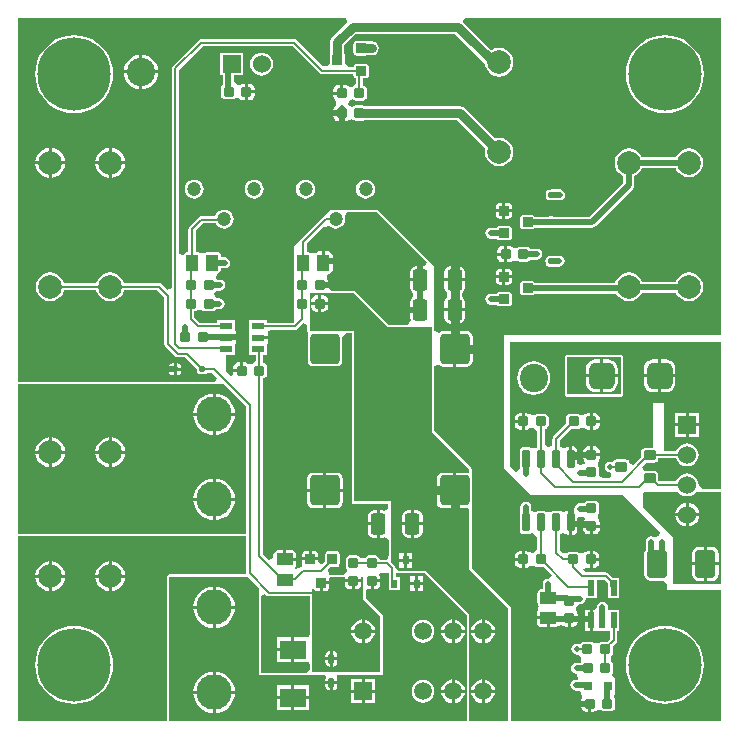
<source format=gtl>
G04*
G04 #@! TF.GenerationSoftware,Altium Limited,Altium Designer,20.1.11 (218)*
G04*
G04 Layer_Physical_Order=1*
G04 Layer_Color=255*
%FSLAX24Y24*%
%MOIN*%
G70*
G04*
G04 #@! TF.SameCoordinates,CE7CCB8B-9279-4727-9A7C-73EE909CC9FE*
G04*
G04*
G04 #@! TF.FilePolarity,Positive*
G04*
G01*
G75*
%ADD17C,0.0080*%
G04:AMPARAMS|DCode=20|XSize=35mil|YSize=34mil|CornerRadius=6mil|HoleSize=0mil|Usage=FLASHONLY|Rotation=180.000|XOffset=0mil|YOffset=0mil|HoleType=Round|Shape=RoundedRectangle|*
%AMROUNDEDRECTD20*
21,1,0.0350,0.0221,0,0,180.0*
21,1,0.0231,0.0340,0,0,180.0*
1,1,0.0119,-0.0116,0.0111*
1,1,0.0119,0.0116,0.0111*
1,1,0.0119,0.0116,-0.0111*
1,1,0.0119,-0.0116,-0.0111*
%
%ADD20ROUNDEDRECTD20*%
G04:AMPARAMS|DCode=27|XSize=35mil|YSize=34mil|CornerRadius=6mil|HoleSize=0mil|Usage=FLASHONLY|Rotation=270.000|XOffset=0mil|YOffset=0mil|HoleType=Round|Shape=RoundedRectangle|*
%AMROUNDEDRECTD27*
21,1,0.0350,0.0221,0,0,270.0*
21,1,0.0231,0.0340,0,0,270.0*
1,1,0.0119,-0.0111,-0.0116*
1,1,0.0119,-0.0111,0.0116*
1,1,0.0119,0.0111,0.0116*
1,1,0.0119,0.0111,-0.0116*
%
%ADD27ROUNDEDRECTD27*%
G04:AMPARAMS|DCode=28|XSize=19.7mil|YSize=31.5mil|CornerRadius=4.9mil|HoleSize=0mil|Usage=FLASHONLY|Rotation=0.000|XOffset=0mil|YOffset=0mil|HoleType=Round|Shape=RoundedRectangle|*
%AMROUNDEDRECTD28*
21,1,0.0197,0.0217,0,0,0.0*
21,1,0.0098,0.0315,0,0,0.0*
1,1,0.0098,0.0049,-0.0108*
1,1,0.0098,-0.0049,-0.0108*
1,1,0.0098,-0.0049,0.0108*
1,1,0.0098,0.0049,0.0108*
%
%ADD28ROUNDEDRECTD28*%
G04:AMPARAMS|DCode=29|XSize=55mil|YSize=43mil|CornerRadius=8mil|HoleSize=0mil|Usage=FLASHONLY|Rotation=0.000|XOffset=0mil|YOffset=0mil|HoleType=Round|Shape=RoundedRectangle|*
%AMROUNDEDRECTD29*
21,1,0.0550,0.0271,0,0,0.0*
21,1,0.0391,0.0430,0,0,0.0*
1,1,0.0159,0.0195,-0.0135*
1,1,0.0159,-0.0195,-0.0135*
1,1,0.0159,-0.0195,0.0135*
1,1,0.0159,0.0195,0.0135*
%
%ADD29ROUNDEDRECTD29*%
%ADD30R,0.0433X0.0236*%
G04:AMPARAMS|DCode=33|XSize=55mil|YSize=43mil|CornerRadius=8mil|HoleSize=0mil|Usage=FLASHONLY|Rotation=270.000|XOffset=0mil|YOffset=0mil|HoleType=Round|Shape=RoundedRectangle|*
%AMROUNDEDRECTD33*
21,1,0.0550,0.0271,0,0,270.0*
21,1,0.0391,0.0430,0,0,270.0*
1,1,0.0159,-0.0135,-0.0195*
1,1,0.0159,-0.0135,0.0195*
1,1,0.0159,0.0135,0.0195*
1,1,0.0159,0.0135,-0.0195*
%
%ADD33ROUNDEDRECTD33*%
G04:AMPARAMS|DCode=35|XSize=71mil|YSize=47mil|CornerRadius=8mil|HoleSize=0mil|Usage=FLASHONLY|Rotation=90.000|XOffset=0mil|YOffset=0mil|HoleType=Round|Shape=RoundedRectangle|*
%AMROUNDEDRECTD35*
21,1,0.0710,0.0310,0,0,90.0*
21,1,0.0550,0.0470,0,0,90.0*
1,1,0.0160,0.0155,0.0275*
1,1,0.0160,0.0155,-0.0275*
1,1,0.0160,-0.0155,-0.0275*
1,1,0.0160,-0.0155,0.0275*
%
%ADD35ROUNDEDRECTD35*%
G04:AMPARAMS|DCode=71|XSize=19.3mil|YSize=17.7mil|CornerRadius=1.8mil|HoleSize=0mil|Usage=FLASHONLY|Rotation=180.000|XOffset=0mil|YOffset=0mil|HoleType=Round|Shape=RoundedRectangle|*
%AMROUNDEDRECTD71*
21,1,0.0193,0.0142,0,0,180.0*
21,1,0.0157,0.0177,0,0,180.0*
1,1,0.0035,-0.0079,0.0071*
1,1,0.0035,0.0079,0.0071*
1,1,0.0035,0.0079,-0.0071*
1,1,0.0035,-0.0079,-0.0071*
%
%ADD71ROUNDEDRECTD71*%
G04:AMPARAMS|DCode=72|XSize=19.3mil|YSize=17.7mil|CornerRadius=1.8mil|HoleSize=0mil|Usage=FLASHONLY|Rotation=90.000|XOffset=0mil|YOffset=0mil|HoleType=Round|Shape=RoundedRectangle|*
%AMROUNDEDRECTD72*
21,1,0.0193,0.0142,0,0,90.0*
21,1,0.0157,0.0177,0,0,90.0*
1,1,0.0035,0.0071,0.0079*
1,1,0.0035,0.0071,-0.0079*
1,1,0.0035,-0.0071,-0.0079*
1,1,0.0035,-0.0071,0.0079*
%
%ADD72ROUNDEDRECTD72*%
G04:AMPARAMS|DCode=73|XSize=23.6mil|YSize=61mil|CornerRadius=2.4mil|HoleSize=0mil|Usage=FLASHONLY|Rotation=0.000|XOffset=0mil|YOffset=0mil|HoleType=Round|Shape=RoundedRectangle|*
%AMROUNDEDRECTD73*
21,1,0.0236,0.0563,0,0,0.0*
21,1,0.0189,0.0610,0,0,0.0*
1,1,0.0047,0.0094,-0.0282*
1,1,0.0047,-0.0094,-0.0282*
1,1,0.0047,-0.0094,0.0282*
1,1,0.0047,0.0094,0.0282*
%
%ADD73ROUNDEDRECTD73*%
G04:AMPARAMS|DCode=74|XSize=94.5mil|YSize=67.3mil|CornerRadius=13.5mil|HoleSize=0mil|Usage=FLASHONLY|Rotation=90.000|XOffset=0mil|YOffset=0mil|HoleType=Round|Shape=RoundedRectangle|*
%AMROUNDEDRECTD74*
21,1,0.0945,0.0404,0,0,90.0*
21,1,0.0676,0.0673,0,0,90.0*
1,1,0.0269,0.0202,0.0338*
1,1,0.0269,0.0202,-0.0338*
1,1,0.0269,-0.0202,-0.0338*
1,1,0.0269,-0.0202,0.0338*
%
%ADD74ROUNDEDRECTD74*%
%ADD75R,0.0315X0.0315*%
G04:AMPARAMS|DCode=76|XSize=31.5mil|YSize=35.4mil|CornerRadius=3.2mil|HoleSize=0mil|Usage=FLASHONLY|Rotation=270.000|XOffset=0mil|YOffset=0mil|HoleType=Round|Shape=RoundedRectangle|*
%AMROUNDEDRECTD76*
21,1,0.0315,0.0291,0,0,270.0*
21,1,0.0252,0.0354,0,0,270.0*
1,1,0.0063,-0.0146,-0.0126*
1,1,0.0063,-0.0146,0.0126*
1,1,0.0063,0.0146,0.0126*
1,1,0.0063,0.0146,-0.0126*
%
%ADD76ROUNDEDRECTD76*%
%ADD77R,0.0236X0.0520*%
G04:AMPARAMS|DCode=78|XSize=31.5mil|YSize=39.4mil|CornerRadius=3.2mil|HoleSize=0mil|Usage=FLASHONLY|Rotation=270.000|XOffset=0mil|YOffset=0mil|HoleType=Round|Shape=RoundedRectangle|*
%AMROUNDEDRECTD78*
21,1,0.0315,0.0331,0,0,270.0*
21,1,0.0252,0.0394,0,0,270.0*
1,1,0.0063,-0.0165,-0.0126*
1,1,0.0063,-0.0165,0.0126*
1,1,0.0063,0.0165,0.0126*
1,1,0.0063,0.0165,-0.0126*
%
%ADD78ROUNDEDRECTD78*%
G04:AMPARAMS|DCode=79|XSize=98.4mil|YSize=98.4mil|CornerRadius=9.8mil|HoleSize=0mil|Usage=FLASHONLY|Rotation=270.000|XOffset=0mil|YOffset=0mil|HoleType=Round|Shape=RoundedRectangle|*
%AMROUNDEDRECTD79*
21,1,0.0984,0.0787,0,0,270.0*
21,1,0.0787,0.0984,0,0,270.0*
1,1,0.0197,-0.0394,-0.0394*
1,1,0.0197,-0.0394,0.0394*
1,1,0.0197,0.0394,0.0394*
1,1,0.0197,0.0394,-0.0394*
%
%ADD79ROUNDEDRECTD79*%
G04:AMPARAMS|DCode=80|XSize=89mil|YSize=85mil|CornerRadius=21.3mil|HoleSize=0mil|Usage=FLASHONLY|Rotation=270.000|XOffset=0mil|YOffset=0mil|HoleType=Round|Shape=RoundedRectangle|*
%AMROUNDEDRECTD80*
21,1,0.0890,0.0425,0,0,270.0*
21,1,0.0465,0.0850,0,0,270.0*
1,1,0.0425,-0.0213,-0.0232*
1,1,0.0425,-0.0213,0.0232*
1,1,0.0425,0.0213,0.0232*
1,1,0.0425,0.0213,-0.0232*
%
%ADD80ROUNDEDRECTD80*%
%ADD81R,0.0220X0.0285*%
G04:AMPARAMS|DCode=82|XSize=31.5mil|YSize=35.4mil|CornerRadius=3.2mil|HoleSize=0mil|Usage=FLASHONLY|Rotation=0.000|XOffset=0mil|YOffset=0mil|HoleType=Round|Shape=RoundedRectangle|*
%AMROUNDEDRECTD82*
21,1,0.0315,0.0291,0,0,0.0*
21,1,0.0252,0.0354,0,0,0.0*
1,1,0.0063,0.0126,-0.0146*
1,1,0.0063,-0.0126,-0.0146*
1,1,0.0063,-0.0126,0.0146*
1,1,0.0063,0.0126,0.0146*
%
%ADD82ROUNDEDRECTD82*%
%ADD83R,0.0866X0.0630*%
%ADD84C,0.0300*%
%ADD85C,0.0200*%
%ADD86C,0.0600*%
%ADD87R,0.0600X0.0600*%
%ADD88C,0.0787*%
%ADD89C,0.2441*%
%ADD90C,0.0472*%
%ADD91C,0.0945*%
%ADD92C,0.0591*%
%ADD93R,0.0591X0.0591*%
%ADD94R,0.0600X0.0600*%
%ADD95C,0.1181*%
%ADD96C,0.0197*%
G36*
X11070Y23430D02*
X11073Y23392D01*
X10575Y22893D01*
X10524Y22817D01*
X10506Y22727D01*
Y22335D01*
X10490Y22311D01*
X10481Y22268D01*
Y22016D01*
X10419Y21940D01*
X10254Y21926D01*
X9386Y22794D01*
X9347Y22820D01*
X9300Y22830D01*
X6197D01*
X6151Y22820D01*
X6111Y22794D01*
X5253Y21936D01*
X5227Y21897D01*
X5218Y21850D01*
Y14529D01*
X5068Y14466D01*
X4881Y14653D01*
X4841Y14680D01*
X4794Y14689D01*
X3627D01*
X3627Y14691D01*
X3579Y14806D01*
X3503Y14905D01*
X3404Y14981D01*
X3289Y15028D01*
X3165Y15045D01*
X3042Y15028D01*
X2926Y14981D01*
X2828Y14905D01*
X2752Y14806D01*
X2704Y14691D01*
X2704Y14689D01*
X1627D01*
X1627Y14691D01*
X1579Y14806D01*
X1503Y14905D01*
X1404Y14981D01*
X1289Y15028D01*
X1165Y15045D01*
X1042Y15028D01*
X926Y14981D01*
X828Y14905D01*
X752Y14806D01*
X704Y14691D01*
X688Y14567D01*
X704Y14443D01*
X752Y14328D01*
X828Y14229D01*
X926Y14153D01*
X1042Y14105D01*
X1165Y14089D01*
X1289Y14105D01*
X1404Y14153D01*
X1503Y14229D01*
X1579Y14328D01*
X1627Y14443D01*
X1627Y14445D01*
X2704D01*
X2704Y14443D01*
X2752Y14328D01*
X2828Y14229D01*
X2926Y14153D01*
X3042Y14105D01*
X3165Y14089D01*
X3289Y14105D01*
X3404Y14153D01*
X3503Y14229D01*
X3579Y14328D01*
X3627Y14443D01*
X3627Y14445D01*
X4743D01*
X4974Y14214D01*
Y12654D01*
X4983Y12607D01*
X5009Y12568D01*
X5326Y12251D01*
X5366Y12224D01*
X5413Y12215D01*
X5668D01*
X6052Y11830D01*
Y11754D01*
X6060Y11716D01*
X6081Y11684D01*
X6114Y11662D01*
X6152Y11655D01*
X6309D01*
X6347Y11662D01*
X6380Y11684D01*
X6392Y11703D01*
X6569D01*
X6729Y11543D01*
X6672Y11404D01*
X80Y11404D01*
X80Y11554D01*
X80Y23542D01*
X11023D01*
X11070Y23430D01*
D02*
G37*
G36*
X23542Y12961D02*
X16292Y12961D01*
Y12742D01*
X16292Y12739D01*
X16292Y8607D01*
X16292Y8604D01*
Y8510D01*
X17169Y7634D01*
X20250Y7634D01*
X20781Y7104D01*
X20786Y7096D01*
X21485Y6396D01*
X21484Y6347D01*
X21458Y6253D01*
X21310Y6213D01*
X21265Y6242D01*
X21195Y6256D01*
X21125Y6242D01*
X21065Y6203D01*
X21025Y6143D01*
X21011Y6073D01*
Y5786D01*
X20989Y5752D01*
X20972Y5668D01*
Y4993D01*
X20989Y4909D01*
X21036Y4838D01*
X21107Y4791D01*
X21191Y4774D01*
X21595D01*
X21722Y4671D01*
X21726Y4659D01*
X21735Y4613D01*
X21735Y4454D01*
X23542D01*
Y80D01*
X16513D01*
X16513Y3893D01*
X15236Y5171D01*
X15236Y8386D01*
X15212Y8410D01*
Y8492D01*
X15212Y8492D01*
X15205Y8523D01*
X15188Y8550D01*
X13974Y9764D01*
X13974Y11911D01*
X14091Y11954D01*
X14124Y11961D01*
X14184Y11920D01*
X14261Y11905D01*
X14605D01*
Y12501D01*
Y13097D01*
X14261D01*
X14184Y13082D01*
X14124Y13042D01*
X14091Y13048D01*
X13974Y13092D01*
X13974Y13219D01*
X13970Y13237D01*
X13970Y15276D01*
X12105Y17141D01*
X10686D01*
X10677Y17142D01*
X10667Y17141D01*
X10502D01*
X9280Y15919D01*
Y13382D01*
X9270Y13372D01*
X8395D01*
Y13448D01*
X7802D01*
Y13052D01*
Y12678D01*
Y12304D01*
X8016D01*
Y12085D01*
X7881Y11987D01*
X7828Y11992D01*
X7764Y12007D01*
X7726Y12033D01*
X7664Y12045D01*
X7599D01*
Y11772D01*
X7549D01*
Y11722D01*
X7271D01*
Y11661D01*
X7222Y11589D01*
X7185Y11585D01*
X7035Y11718D01*
Y12304D01*
X7332D01*
Y12658D01*
X7352D01*
Y12826D01*
X7035D01*
Y12926D01*
X7352D01*
Y13094D01*
X7332D01*
Y13448D01*
X6739D01*
Y13372D01*
X6154D01*
X5976Y13550D01*
Y13756D01*
X6024Y13765D01*
X6064Y13792D01*
X6074Y13796D01*
X6223D01*
X6234Y13792D01*
X6274Y13765D01*
X6328Y13754D01*
X6559D01*
X6614Y13765D01*
X6660Y13796D01*
X6678Y13823D01*
X6803D01*
X6873Y13837D01*
X6933Y13877D01*
X6973Y13937D01*
X6987Y14007D01*
X6973Y14077D01*
X6933Y14137D01*
X6873Y14176D01*
X6803Y14190D01*
X6691D01*
X6624Y14316D01*
X6691Y14442D01*
X6823D01*
X6893Y14456D01*
X6953Y14496D01*
X6993Y14555D01*
X7007Y14625D01*
X6993Y14696D01*
X6953Y14755D01*
X6893Y14795D01*
X6823Y14809D01*
X6733D01*
X6691Y14862D01*
X6694Y14901D01*
X6749Y15022D01*
X6763Y15024D01*
X6815Y15060D01*
X6851Y15112D01*
X6863Y15175D01*
Y15180D01*
X6977D01*
X7047Y15194D01*
X7107Y15233D01*
X7146Y15293D01*
X7160Y15363D01*
X7146Y15433D01*
X7107Y15493D01*
X7047Y15533D01*
X6977Y15547D01*
X6863D01*
Y15565D01*
X6851Y15628D01*
X6815Y15680D01*
X6763Y15716D01*
X6700Y15728D01*
X6430D01*
X6367Y15716D01*
X6315Y15680D01*
X6313Y15679D01*
X6309Y15677D01*
X6151D01*
X6147Y15679D01*
X6145Y15680D01*
X6093Y15716D01*
X6030Y15728D01*
X6020D01*
Y16442D01*
X6259Y16681D01*
X6684D01*
X6691Y16664D01*
X6741Y16598D01*
X6808Y16547D01*
X6884Y16515D01*
X6967Y16504D01*
X7050Y16515D01*
X7126Y16547D01*
X7193Y16598D01*
X7243Y16664D01*
X7275Y16741D01*
X7286Y16823D01*
X7275Y16906D01*
X7243Y16983D01*
X7193Y17049D01*
X7126Y17100D01*
X7050Y17132D01*
X6967Y17142D01*
X6884Y17132D01*
X6808Y17100D01*
X6741Y17049D01*
X6691Y16983D01*
X6667Y16925D01*
X6208D01*
X6162Y16916D01*
X6122Y16889D01*
X5811Y16579D01*
X5785Y16539D01*
X5776Y16492D01*
Y15728D01*
X5760D01*
X5697Y15716D01*
X5645Y15680D01*
X5612Y15632D01*
X5600Y15630D01*
X5462Y15657D01*
Y21799D01*
X6248Y22585D01*
X9249D01*
X10153Y21681D01*
X10193Y21655D01*
X10239Y21645D01*
X11269D01*
Y21642D01*
X11277Y21598D01*
X11302Y21561D01*
X11339Y21537D01*
X11349Y21535D01*
Y21335D01*
X11214Y21237D01*
X11161Y21243D01*
X11097Y21258D01*
X11059Y21283D01*
X10997Y21295D01*
X10931D01*
Y21022D01*
X10881D01*
Y20972D01*
X10603D01*
Y20912D01*
X10615Y20849D01*
X10651Y20797D01*
X10692Y20769D01*
X10699Y20695D01*
X10690Y20611D01*
X10647Y20583D01*
X10612Y20530D01*
X10599Y20468D01*
Y20407D01*
X10877D01*
Y20357D01*
X10927D01*
Y20084D01*
X10993D01*
X11055Y20097D01*
X11093Y20122D01*
X11157Y20137D01*
X11240Y20145D01*
X11274Y20131D01*
X11297Y20115D01*
X11352Y20105D01*
X11583D01*
X11637Y20115D01*
X11648Y20123D01*
X14737D01*
X15671Y19189D01*
X15669Y19185D01*
X15653Y19061D01*
X15669Y18937D01*
X15717Y18822D01*
X15793Y18723D01*
X15892Y18647D01*
X16007Y18599D01*
X16130Y18583D01*
X16254Y18599D01*
X16369Y18647D01*
X16468Y18723D01*
X16544Y18822D01*
X16592Y18937D01*
X16608Y19061D01*
X16592Y19185D01*
X16544Y19300D01*
X16468Y19399D01*
X16369Y19475D01*
X16254Y19522D01*
X16130Y19539D01*
X16007Y19522D01*
X16002Y19521D01*
X15000Y20523D01*
X14924Y20574D01*
X14834Y20592D01*
X11648D01*
X11637Y20599D01*
X11583Y20610D01*
X11352D01*
X11297Y20599D01*
X11274Y20584D01*
X11240Y20570D01*
X11158Y20578D01*
X11108Y20635D01*
X11106Y20668D01*
X11151Y20799D01*
X11161Y20802D01*
X11244Y20810D01*
X11278Y20796D01*
X11301Y20780D01*
X11356Y20769D01*
X11587D01*
X11641Y20780D01*
X11687Y20811D01*
X11718Y20857D01*
X11729Y20912D01*
Y21133D01*
X11718Y21187D01*
X11687Y21233D01*
X11641Y21264D01*
X11594Y21274D01*
Y21528D01*
X11674D01*
X11717Y21537D01*
X11754Y21561D01*
X11779Y21598D01*
X11787Y21642D01*
Y21894D01*
X11779Y21937D01*
X11754Y21974D01*
X11717Y21999D01*
X11674Y22007D01*
X11382D01*
X11339Y21999D01*
X11302Y21974D01*
X11277Y21937D01*
X11269Y21894D01*
Y21890D01*
X11116D01*
X11088Y21909D01*
X11000Y22016D01*
X11000Y22040D01*
Y22268D01*
X10991Y22311D01*
X10975Y22335D01*
Y22630D01*
X11345Y23000D01*
X14666D01*
X15659Y22007D01*
X15669Y21929D01*
X15717Y21814D01*
X15793Y21715D01*
X15892Y21639D01*
X16007Y21592D01*
X16130Y21575D01*
X16254Y21592D01*
X16369Y21639D01*
X16468Y21715D01*
X16544Y21814D01*
X16592Y21929D01*
X16608Y22053D01*
X16592Y22177D01*
X16544Y22292D01*
X16468Y22391D01*
X16369Y22467D01*
X16254Y22515D01*
X16130Y22531D01*
X16007Y22515D01*
X15892Y22467D01*
X15875Y22454D01*
X14938Y23392D01*
X14941Y23430D01*
X14988Y23542D01*
X23542D01*
Y12961D01*
D02*
G37*
G36*
X13741Y15390D02*
X13667Y15252D01*
X13661Y15253D01*
X13556D01*
Y14794D01*
X13506D01*
Y14744D01*
X13167D01*
Y14519D01*
X13181Y14449D01*
X13221Y14389D01*
X13238Y14378D01*
X13244Y14358D01*
Y14231D01*
X13238Y14211D01*
X13221Y14200D01*
X13181Y14141D01*
X13167Y14071D01*
Y13845D01*
X13506D01*
Y13745D01*
X13167D01*
Y13520D01*
X13181Y13450D01*
X13107Y13300D01*
X12453Y13300D01*
X11351Y14403D01*
X11351Y14403D01*
X11324Y14420D01*
X11293Y14427D01*
X11293Y14427D01*
X10567Y14427D01*
X10431Y14515D01*
Y14575D01*
X10153D01*
Y14675D01*
X10431D01*
Y14736D01*
X10419Y14798D01*
X10390Y14841D01*
X10400Y14917D01*
X10436Y14997D01*
X10481Y15005D01*
X10540Y15045D01*
X10580Y15104D01*
X10594Y15175D01*
Y15320D01*
X10275D01*
Y15370D01*
X10225D01*
Y15749D01*
X10149D01*
X10140Y15749D01*
X10140Y15749D01*
X10069Y15735D01*
X10018Y15700D01*
X9962Y15693D01*
X9872Y15687D01*
X9840Y15691D01*
X9803Y15716D01*
X9740Y15728D01*
X9730D01*
Y16017D01*
X10283Y16571D01*
X10451Y16598D01*
X10517Y16547D01*
X10594Y16515D01*
X10677Y16504D01*
X10759Y16515D01*
X10836Y16547D01*
X10902Y16598D01*
X10953Y16664D01*
X10985Y16741D01*
X10996Y16823D01*
X10985Y16906D01*
X10983Y16910D01*
X11070Y17056D01*
X11076Y17060D01*
X12071D01*
X13741Y15390D01*
D02*
G37*
G36*
X23542Y7817D02*
X22899D01*
X22783Y7967D01*
X22783Y7970D01*
X22770Y8069D01*
X22732Y8162D01*
X22671Y8241D01*
X22592Y8302D01*
X22499Y8340D01*
X22400Y8353D01*
X22301Y8340D01*
X22208Y8302D01*
X22129Y8241D01*
X22068Y8162D01*
X22039Y8091D01*
X21462D01*
X21423Y8130D01*
Y8323D01*
X21414Y8366D01*
X21389Y8403D01*
X21352Y8428D01*
X21309Y8437D01*
X20981D01*
X20975Y8443D01*
X20908Y8575D01*
X21038Y8705D01*
X21309D01*
X21352Y8714D01*
X21389Y8739D01*
X21414Y8775D01*
X21423Y8819D01*
Y8846D01*
X22040D01*
X22068Y8778D01*
X22129Y8699D01*
X22208Y8638D01*
X22301Y8600D01*
X22400Y8587D01*
X22499Y8600D01*
X22592Y8638D01*
X22671Y8699D01*
X22732Y8778D01*
X22770Y8871D01*
X22783Y8970D01*
X22770Y9069D01*
X22732Y9162D01*
X22671Y9241D01*
X22592Y9302D01*
X22499Y9340D01*
X22400Y9353D01*
X22301Y9340D01*
X22208Y9302D01*
X22129Y9241D01*
X22068Y9162D01*
X22039Y9091D01*
X21631D01*
Y10683D01*
X21262D01*
Y9185D01*
X20978D01*
X20935Y9176D01*
X20898Y9151D01*
X20873Y9114D01*
X20865Y9071D01*
Y8878D01*
X20616Y8630D01*
X20532Y8665D01*
X20477Y8702D01*
X20469Y8740D01*
X20444Y8777D01*
X20408Y8802D01*
X20364Y8811D01*
X20033D01*
X19990Y8802D01*
X19953Y8777D01*
X19928Y8740D01*
X19827Y8741D01*
X19757Y8727D01*
X19698Y8687D01*
X19659Y8628D01*
X19645Y8559D01*
X19659Y8489D01*
X19698Y8430D01*
X19757Y8391D01*
X19827Y8377D01*
X19849Y8357D01*
X19875Y8265D01*
X19838Y8198D01*
X19602D01*
X19462Y8262D01*
Y8493D01*
X19451Y8548D01*
X19435Y8571D01*
X19421Y8605D01*
X19430Y8688D01*
X19444Y8752D01*
X19470Y8790D01*
X19482Y8852D01*
Y8918D01*
X19209D01*
X18936D01*
Y8852D01*
X18948Y8790D01*
X18974Y8752D01*
X18986Y8699D01*
X18979Y8675D01*
X18956Y8647D01*
X18816Y8636D01*
X18770Y8652D01*
X18743Y8688D01*
Y8787D01*
X18523D01*
Y8837D01*
X18473D01*
Y9244D01*
X18428D01*
X18380Y9235D01*
X18346Y9212D01*
X18333Y9207D01*
X18288Y9203D01*
X18145Y9238D01*
Y9439D01*
X18534Y9829D01*
X18734D01*
X18789Y9839D01*
X18812Y9855D01*
X18846Y9869D01*
X18929Y9861D01*
X18993Y9846D01*
X19031Y9821D01*
X19093Y9808D01*
X19159D01*
Y10081D01*
Y10354D01*
X19093D01*
X19031Y10342D01*
X18993Y10317D01*
X18929Y10302D01*
X18846Y10293D01*
X18812Y10308D01*
X18789Y10323D01*
X18734Y10334D01*
X18503D01*
X18449Y10323D01*
X18403Y10292D01*
X18372Y10246D01*
X18361Y10192D01*
Y10002D01*
X17936Y9577D01*
X17910Y9537D01*
X17900Y9490D01*
Y9262D01*
X17752Y9215D01*
X17644Y9311D01*
Y9830D01*
X17692Y9839D01*
X17738Y9870D01*
X17769Y9916D01*
X17779Y9971D01*
Y10192D01*
X17769Y10246D01*
X17738Y10292D01*
X17692Y10323D01*
X17637Y10334D01*
X17406D01*
X17352Y10323D01*
X17328Y10308D01*
X17294Y10293D01*
X17211Y10302D01*
X17148Y10317D01*
X17109Y10342D01*
X17047Y10354D01*
X16982D01*
Y10081D01*
Y9808D01*
X17047D01*
X17109Y9821D01*
X17148Y9846D01*
X17211Y9861D01*
X17265Y9866D01*
X17400Y9768D01*
Y9218D01*
X17388Y9216D01*
X17353Y9193D01*
X17334Y9188D01*
X17211D01*
X17192Y9193D01*
X17157Y9216D01*
X17117Y9224D01*
X16928D01*
X16888Y9216D01*
X16853Y9193D01*
X16830Y9159D01*
X16822Y9118D01*
Y8555D01*
X16830Y8515D01*
X16717Y8415D01*
X16696Y8406D01*
X16496Y8607D01*
X16496Y12739D01*
X23542Y12739D01*
Y7817D01*
D02*
G37*
G36*
X11293Y14345D02*
X12419Y13219D01*
X13892Y13219D01*
X13892Y9730D01*
X15130Y8492D01*
Y8407D01*
X15080Y8366D01*
X15049Y8373D01*
X14705D01*
Y7777D01*
Y7181D01*
X15049D01*
X15080Y7187D01*
X15130Y7146D01*
X15130Y5151D01*
X16418Y3862D01*
X16418Y80D01*
X15132D01*
Y3618D01*
X15130Y3626D01*
Y3667D01*
X13689Y5109D01*
X12803Y5109D01*
X12673Y5238D01*
X12657Y5263D01*
X12537Y5383D01*
Y7415D01*
X11293D01*
Y13092D01*
X9820D01*
Y13891D01*
X9821Y13896D01*
Y14117D01*
X9820Y14122D01*
Y14345D01*
X11293Y14345D01*
D02*
G37*
G36*
X23542Y4669D02*
X21928Y4669D01*
X21928Y4958D01*
X21932Y4993D01*
Y5668D01*
X21928Y5704D01*
X21928Y6242D01*
X20930Y7240D01*
X20930Y7700D01*
X20965Y7735D01*
X22101D01*
X22129Y7699D01*
X22208Y7638D01*
X22301Y7600D01*
X22400Y7587D01*
X22499Y7600D01*
X22592Y7638D01*
X22671Y7699D01*
X22699Y7735D01*
X23542D01*
Y4669D01*
D02*
G37*
G36*
X9738Y13282D02*
Y13092D01*
X9745Y13061D01*
X9762Y13035D01*
X9763Y12964D01*
X9749Y12895D01*
Y12107D01*
X9763Y12038D01*
X9802Y11979D01*
X9861Y11939D01*
X9931Y11925D01*
X10718D01*
X10788Y11939D01*
X10847Y11979D01*
X10886Y12038D01*
X10900Y12107D01*
Y12895D01*
X11022Y13011D01*
X11211D01*
Y7415D01*
X11218Y7384D01*
X11235Y7358D01*
X11262Y7340D01*
X11293Y7334D01*
X12429D01*
X12436Y7184D01*
X12353Y7124D01*
X12306Y7108D01*
X12255Y7119D01*
X12150D01*
Y6660D01*
Y6201D01*
X12255D01*
X12306Y6212D01*
X12353Y6196D01*
X12456Y6122D01*
Y5616D01*
X12393Y5476D01*
X12145D01*
X12136Y5523D01*
X12105Y5569D01*
X12059Y5600D01*
X12004Y5611D01*
X11783D01*
X11729Y5600D01*
X11683Y5569D01*
X11661Y5536D01*
X11581Y5529D01*
X11502Y5536D01*
X11480Y5569D01*
X11433Y5600D01*
X11379Y5611D01*
X11158D01*
X11104Y5600D01*
X11057Y5569D01*
X11027Y5523D01*
X11016Y5469D01*
Y5238D01*
X11027Y5183D01*
X11053Y5143D01*
X11057Y5133D01*
Y5101D01*
X11048Y5077D01*
X10917Y4962D01*
X10485D01*
X10481Y4961D01*
X10477Y4961D01*
X10445Y4991D01*
X10428Y5168D01*
X10494Y5235D01*
X10702D01*
X10746Y5243D01*
X10783Y5268D01*
X10807Y5305D01*
X10816Y5348D01*
Y5640D01*
X10807Y5683D01*
X10783Y5720D01*
X10746Y5745D01*
X10702Y5753D01*
X10450D01*
X10407Y5745D01*
X10370Y5720D01*
X10345Y5683D01*
X10337Y5640D01*
Y5423D01*
X10235Y5321D01*
X10182Y5331D01*
X10088Y5387D01*
Y5444D01*
X9568D01*
Y5361D01*
X9568Y5348D01*
X9568Y5348D01*
X9556Y5262D01*
X9547Y5246D01*
X9529Y5215D01*
X9361Y5168D01*
X9317Y5202D01*
X9311Y5223D01*
X9344Y5272D01*
X9358Y5342D01*
Y5428D01*
X8980D01*
Y5478D01*
X8930D01*
Y5796D01*
X8784D01*
X8714Y5782D01*
X8655Y5742D01*
X8615Y5683D01*
X8601Y5613D01*
Y5519D01*
X8451Y5456D01*
X8261Y5646D01*
Y11521D01*
X8309Y11530D01*
X8355Y11561D01*
X8386Y11607D01*
X8396Y11661D01*
Y11882D01*
X8386Y11937D01*
X8355Y11983D01*
X8309Y12014D01*
X8261Y12023D01*
Y12304D01*
X8395D01*
Y12658D01*
X8415D01*
Y12826D01*
X8098D01*
Y12926D01*
X8415D01*
Y13094D01*
X8551Y13127D01*
X9321D01*
X9368Y13137D01*
X9408Y13163D01*
X9588Y13344D01*
X9738Y13282D01*
D02*
G37*
G36*
X6949Y11323D02*
X7691Y10580D01*
Y6341D01*
X80Y6341D01*
Y11323D01*
X6949Y11323D01*
D02*
G37*
G36*
X11602Y4166D02*
X12170Y3598D01*
Y1710D01*
X9907Y1711D01*
Y4494D01*
X9928Y4501D01*
X9957Y4503D01*
X9981Y4466D01*
X10025Y4437D01*
X10076Y4427D01*
X10152D01*
Y4707D01*
X10202D01*
Y4757D01*
X10462D01*
Y4852D01*
X10485Y4880D01*
X10994D01*
X10995Y4879D01*
Y4813D01*
X11268D01*
X11542D01*
Y4879D01*
X11543Y4880D01*
X11602D01*
Y4166D01*
D02*
G37*
G36*
X15050Y3618D02*
Y80D01*
X5140D01*
Y4897D01*
X7754D01*
X8120Y4530D01*
Y1610D01*
X10335Y1610D01*
X10362Y1560D01*
X10350Y1541D01*
X10338Y1483D01*
Y1425D01*
X10741D01*
Y1483D01*
X10729Y1541D01*
X10717Y1560D01*
X10743Y1610D01*
X12260D01*
X12260Y3621D01*
X12232Y3650D01*
X12228Y3656D01*
X12228Y3656D01*
X11690Y4193D01*
Y4463D01*
X11740Y4494D01*
X11783Y4485D01*
X11844D01*
Y4763D01*
X11894D01*
Y4813D01*
X12167D01*
Y4879D01*
X12154Y4941D01*
X12135Y4970D01*
X12162Y5020D01*
X12448D01*
Y4894D01*
X12446D01*
Y4449D01*
X12826D01*
Y4894D01*
X12692D01*
Y5020D01*
X13648Y5020D01*
X15050Y3618D01*
D02*
G37*
G36*
X8365Y4286D02*
X8405Y4259D01*
X8452Y4250D01*
X9826D01*
Y3014D01*
X9785Y2881D01*
X9676Y2881D01*
X9302D01*
Y2466D01*
Y2051D01*
X9676D01*
X9785Y2051D01*
X9826Y1917D01*
Y1842D01*
X9683Y1692D01*
X8202Y1692D01*
Y4253D01*
X8340Y4310D01*
X8365Y4286D01*
D02*
G37*
G36*
X7691Y6260D02*
Y5010D01*
X7665Y4978D01*
X5140D01*
X5109Y4972D01*
X5083Y4955D01*
X5065Y4928D01*
X5059Y4897D01*
Y80D01*
X80D01*
Y6110D01*
X80Y6260D01*
X7691Y6260D01*
D02*
G37*
%LPC*%
G36*
X4242Y22301D02*
Y21780D01*
X4763D01*
X4750Y21879D01*
X4692Y22018D01*
X4600Y22138D01*
X4481Y22230D01*
X4341Y22287D01*
X4242Y22301D01*
D02*
G37*
G36*
X4142D02*
X4042Y22287D01*
X3903Y22230D01*
X3784Y22138D01*
X3692Y22018D01*
X3634Y21879D01*
X3621Y21780D01*
X4142D01*
Y22301D01*
D02*
G37*
G36*
X4763Y21680D02*
X4242D01*
Y21159D01*
X4341Y21172D01*
X4481Y21230D01*
X4600Y21321D01*
X4692Y21441D01*
X4750Y21580D01*
X4763Y21680D01*
D02*
G37*
G36*
X4142D02*
X3621D01*
X3634Y21580D01*
X3692Y21441D01*
X3784Y21321D01*
X3903Y21230D01*
X4042Y21172D01*
X4142Y21159D01*
Y21680D01*
D02*
G37*
G36*
X1969Y22958D02*
X1764Y22942D01*
X1565Y22894D01*
X1376Y22816D01*
X1202Y22709D01*
X1046Y22576D01*
X913Y22420D01*
X806Y22246D01*
X728Y22057D01*
X680Y21858D01*
X664Y21654D01*
X680Y21449D01*
X728Y21250D01*
X806Y21061D01*
X913Y20887D01*
X1046Y20731D01*
X1202Y20598D01*
X1376Y20491D01*
X1565Y20413D01*
X1764Y20365D01*
X1969Y20349D01*
X2173Y20365D01*
X2372Y20413D01*
X2561Y20491D01*
X2735Y20598D01*
X2891Y20731D01*
X3024Y20887D01*
X3131Y21061D01*
X3209Y21250D01*
X3257Y21449D01*
X3273Y21654D01*
X3257Y21858D01*
X3209Y22057D01*
X3131Y22246D01*
X3024Y22420D01*
X2891Y22576D01*
X2735Y22709D01*
X2561Y22816D01*
X2372Y22894D01*
X2173Y22942D01*
X1969Y22958D01*
D02*
G37*
G36*
X3215Y19192D02*
Y18751D01*
X3657D01*
X3646Y18830D01*
X3597Y18950D01*
X3517Y19053D01*
X3414Y19132D01*
X3294Y19182D01*
X3215Y19192D01*
D02*
G37*
G36*
X1215D02*
Y18751D01*
X1657D01*
X1646Y18830D01*
X1597Y18950D01*
X1517Y19053D01*
X1414Y19132D01*
X1294Y19182D01*
X1215Y19192D01*
D02*
G37*
G36*
X3115D02*
X3036Y19182D01*
X2916Y19132D01*
X2813Y19053D01*
X2734Y18950D01*
X2684Y18830D01*
X2674Y18751D01*
X3115D01*
Y19192D01*
D02*
G37*
G36*
X1115D02*
X1036Y19182D01*
X916Y19132D01*
X813Y19053D01*
X734Y18950D01*
X684Y18830D01*
X674Y18751D01*
X1115D01*
Y19192D01*
D02*
G37*
G36*
X3657Y18651D02*
X3215D01*
Y18209D01*
X3294Y18220D01*
X3414Y18270D01*
X3517Y18349D01*
X3597Y18452D01*
X3646Y18572D01*
X3657Y18651D01*
D02*
G37*
G36*
X1657D02*
X1215D01*
Y18209D01*
X1294Y18220D01*
X1414Y18270D01*
X1517Y18349D01*
X1597Y18452D01*
X1646Y18572D01*
X1657Y18651D01*
D02*
G37*
G36*
X3115D02*
X2674D01*
X2684Y18572D01*
X2734Y18452D01*
X2813Y18349D01*
X2916Y18270D01*
X3036Y18220D01*
X3115Y18209D01*
Y18651D01*
D02*
G37*
G36*
X1115D02*
X674D01*
X684Y18572D01*
X734Y18452D01*
X813Y18349D01*
X916Y18270D01*
X1036Y18220D01*
X1115Y18209D01*
Y18651D01*
D02*
G37*
G36*
X5411Y12016D02*
X5383D01*
Y11875D01*
X5532D01*
Y11896D01*
X5522Y11942D01*
X5496Y11981D01*
X5457Y12007D01*
X5411Y12016D01*
D02*
G37*
G36*
X5283D02*
X5254D01*
X5208Y12007D01*
X5169Y11981D01*
X5143Y11942D01*
X5134Y11896D01*
Y11875D01*
X5283D01*
Y12016D01*
D02*
G37*
G36*
X5532Y11775D02*
X5383D01*
Y11634D01*
X5411D01*
X5457Y11643D01*
X5496Y11669D01*
X5522Y11708D01*
X5532Y11754D01*
Y11775D01*
D02*
G37*
G36*
X5283D02*
X5134D01*
Y11754D01*
X5143Y11708D01*
X5169Y11669D01*
X5208Y11643D01*
X5254Y11634D01*
X5283D01*
Y11775D01*
D02*
G37*
G36*
X11674Y22755D02*
X11382D01*
X11339Y22747D01*
X11302Y22722D01*
X11277Y22685D01*
X11269Y22642D01*
Y22390D01*
X11277Y22346D01*
X11302Y22309D01*
X11339Y22285D01*
X11382Y22276D01*
X11674D01*
X11700Y22281D01*
X11888D01*
X11977Y22299D01*
X12053Y22350D01*
X12104Y22426D01*
X12122Y22516D01*
X12104Y22605D01*
X12053Y22681D01*
X11977Y22732D01*
X11888Y22750D01*
X11700D01*
X11674Y22755D01*
D02*
G37*
G36*
X8210Y22375D02*
X8111Y22362D01*
X8018Y22323D01*
X7939Y22263D01*
X7878Y22183D01*
X7840Y22091D01*
X7827Y21992D01*
X7840Y21892D01*
X7878Y21800D01*
X7939Y21721D01*
X8018Y21660D01*
X8111Y21621D01*
X8210Y21608D01*
X8309Y21621D01*
X8401Y21660D01*
X8481Y21721D01*
X8542Y21800D01*
X8580Y21892D01*
X8593Y21992D01*
X8580Y22091D01*
X8542Y22183D01*
X8481Y22263D01*
X8401Y22323D01*
X8309Y22362D01*
X8210Y22375D01*
D02*
G37*
G36*
X7820Y21340D02*
X7754D01*
Y21117D01*
X7983D01*
Y21177D01*
X7970Y21239D01*
X7935Y21292D01*
X7882Y21327D01*
X7820Y21340D01*
D02*
G37*
G36*
X10831Y21295D02*
X10766D01*
X10703Y21283D01*
X10651Y21248D01*
X10615Y21195D01*
X10603Y21133D01*
Y21072D01*
X10831D01*
Y21295D01*
D02*
G37*
G36*
X7983Y21017D02*
X7754D01*
Y20794D01*
X7820D01*
X7882Y20806D01*
X7935Y20841D01*
X7970Y20894D01*
X7983Y20956D01*
Y21017D01*
D02*
G37*
G36*
X7590Y22372D02*
X6830D01*
Y21612D01*
X6921D01*
Y21293D01*
X6898Y21278D01*
X6868Y21232D01*
X6857Y21177D01*
Y20956D01*
X6868Y20902D01*
X6898Y20856D01*
X6945Y20825D01*
X6999Y20814D01*
X7230D01*
X7284Y20825D01*
X7308Y20840D01*
X7342Y20854D01*
X7425Y20846D01*
X7489Y20831D01*
X7527Y20806D01*
X7589Y20794D01*
X7654D01*
Y21067D01*
Y21340D01*
X7589D01*
X7527Y21327D01*
X7489Y21302D01*
X7431Y21289D01*
X7422Y21290D01*
X7288Y21407D01*
Y21612D01*
X7590D01*
Y22372D01*
D02*
G37*
G36*
X21654Y22958D02*
X21449Y22942D01*
X21250Y22894D01*
X21061Y22816D01*
X20887Y22709D01*
X20731Y22576D01*
X20598Y22420D01*
X20491Y22246D01*
X20413Y22057D01*
X20365Y21858D01*
X20349Y21654D01*
X20365Y21449D01*
X20413Y21250D01*
X20491Y21061D01*
X20598Y20887D01*
X20731Y20731D01*
X20887Y20598D01*
X21061Y20491D01*
X21250Y20413D01*
X21449Y20365D01*
X21654Y20349D01*
X21858Y20365D01*
X22057Y20413D01*
X22246Y20491D01*
X22420Y20598D01*
X22576Y20731D01*
X22709Y20887D01*
X22816Y21061D01*
X22894Y21250D01*
X22942Y21449D01*
X22958Y21654D01*
X22942Y21858D01*
X22894Y22057D01*
X22816Y22246D01*
X22709Y22420D01*
X22576Y22576D01*
X22420Y22709D01*
X22246Y22816D01*
X22057Y22894D01*
X21858Y22942D01*
X21654Y22958D01*
D02*
G37*
G36*
X10827Y20307D02*
X10599D01*
Y20247D01*
X10612Y20185D01*
X10647Y20132D01*
X10700Y20097D01*
X10762Y20084D01*
X10827D01*
Y20307D01*
D02*
G37*
G36*
X22457Y19179D02*
X22333Y19162D01*
X22218Y19115D01*
X22119Y19039D01*
X22043Y18940D01*
X22020Y18884D01*
X20893D01*
X20870Y18940D01*
X20795Y19039D01*
X20696Y19115D01*
X20580Y19162D01*
X20457Y19179D01*
X20333Y19162D01*
X20218Y19115D01*
X20119Y19039D01*
X20043Y18940D01*
X19995Y18824D01*
X19979Y18701D01*
X19995Y18577D01*
X20043Y18462D01*
X20119Y18363D01*
X20218Y18287D01*
X20273Y18264D01*
Y18029D01*
X19149Y16905D01*
X17965D01*
X17941Y16910D01*
X17896D01*
X17870Y16915D01*
X17844Y16910D01*
X17799D01*
X17799Y16909D01*
X17322D01*
X17306Y16932D01*
X17269Y16957D01*
X17226Y16966D01*
X16935D01*
X16891Y16957D01*
X16854Y16932D01*
X16830Y16895D01*
X16821Y16852D01*
Y16600D01*
X16830Y16556D01*
X16854Y16520D01*
X16891Y16495D01*
X16935Y16486D01*
X17226D01*
X17269Y16495D01*
X17306Y16520D01*
X17322Y16542D01*
X17846D01*
X17870Y16538D01*
X19225D01*
X19295Y16552D01*
X19355Y16591D01*
X20586Y17823D01*
X20626Y17883D01*
X20640Y17953D01*
Y18264D01*
X20696Y18287D01*
X20795Y18363D01*
X20870Y18462D01*
X20893Y18517D01*
X22020D01*
X22043Y18462D01*
X22119Y18363D01*
X22218Y18287D01*
X22333Y18239D01*
X22457Y18223D01*
X22580Y18239D01*
X22696Y18287D01*
X22795Y18363D01*
X22870Y18462D01*
X22918Y18577D01*
X22934Y18701D01*
X22918Y18824D01*
X22870Y18940D01*
X22795Y19039D01*
X22696Y19115D01*
X22580Y19162D01*
X22457Y19179D01*
D02*
G37*
G36*
X11677Y18142D02*
X11594Y18132D01*
X11517Y18100D01*
X11451Y18049D01*
X11400Y17983D01*
X11369Y17906D01*
X11358Y17823D01*
X11369Y17741D01*
X11400Y17664D01*
X11451Y17598D01*
X11517Y17547D01*
X11594Y17515D01*
X11677Y17504D01*
X11759Y17515D01*
X11836Y17547D01*
X11902Y17598D01*
X11953Y17664D01*
X11985Y17741D01*
X11996Y17823D01*
X11985Y17906D01*
X11953Y17983D01*
X11902Y18049D01*
X11836Y18100D01*
X11759Y18132D01*
X11677Y18142D01*
D02*
G37*
G36*
X9677D02*
X9594Y18132D01*
X9517Y18100D01*
X9451Y18049D01*
X9400Y17983D01*
X9369Y17906D01*
X9358Y17823D01*
X9369Y17741D01*
X9400Y17664D01*
X9451Y17598D01*
X9517Y17547D01*
X9594Y17515D01*
X9677Y17504D01*
X9759Y17515D01*
X9836Y17547D01*
X9902Y17598D01*
X9953Y17664D01*
X9985Y17741D01*
X9996Y17823D01*
X9985Y17906D01*
X9953Y17983D01*
X9902Y18049D01*
X9836Y18100D01*
X9759Y18132D01*
X9677Y18142D01*
D02*
G37*
G36*
X7967D02*
X7884Y18132D01*
X7808Y18100D01*
X7741Y18049D01*
X7691Y17983D01*
X7659Y17906D01*
X7648Y17823D01*
X7659Y17741D01*
X7691Y17664D01*
X7741Y17598D01*
X7808Y17547D01*
X7884Y17515D01*
X7967Y17504D01*
X8050Y17515D01*
X8126Y17547D01*
X8193Y17598D01*
X8243Y17664D01*
X8275Y17741D01*
X8286Y17823D01*
X8275Y17906D01*
X8243Y17983D01*
X8193Y18049D01*
X8126Y18100D01*
X8050Y18132D01*
X7967Y18142D01*
D02*
G37*
G36*
X5967D02*
X5884Y18132D01*
X5808Y18100D01*
X5741Y18049D01*
X5691Y17983D01*
X5659Y17906D01*
X5648Y17823D01*
X5659Y17741D01*
X5691Y17664D01*
X5741Y17598D01*
X5808Y17547D01*
X5884Y17515D01*
X5967Y17504D01*
X6050Y17515D01*
X6126Y17547D01*
X6193Y17598D01*
X6243Y17664D01*
X6275Y17741D01*
X6286Y17823D01*
X6275Y17906D01*
X6243Y17983D01*
X6193Y18049D01*
X6126Y18100D01*
X6050Y18132D01*
X5967Y18142D01*
D02*
G37*
G36*
X18145Y17812D02*
X17870D01*
X17844Y17807D01*
X17799D01*
X17761Y17800D01*
X17729Y17778D01*
X17707Y17746D01*
X17700Y17708D01*
Y17698D01*
X17699Y17698D01*
X17685Y17628D01*
X17699Y17557D01*
X17700Y17557D01*
Y17550D01*
X17707Y17512D01*
X17729Y17480D01*
X17761Y17458D01*
X17799Y17450D01*
X17836D01*
X17869Y17444D01*
X17875Y17445D01*
X18145D01*
X18215Y17459D01*
X18275Y17499D01*
X18314Y17559D01*
X18328Y17629D01*
X18314Y17699D01*
X18275Y17759D01*
X18215Y17798D01*
X18145Y17812D01*
D02*
G37*
G36*
X16439Y17360D02*
X16343D01*
Y17150D01*
X16573D01*
Y17226D01*
X16562Y17277D01*
X16533Y17321D01*
X16490Y17350D01*
X16439Y17360D01*
D02*
G37*
G36*
X16243D02*
X16147D01*
X16096Y17350D01*
X16052Y17321D01*
X16023Y17277D01*
X16013Y17226D01*
Y17150D01*
X16243D01*
Y17360D01*
D02*
G37*
G36*
X16573Y17050D02*
X16343D01*
Y16840D01*
X16439D01*
X16490Y16850D01*
X16533Y16879D01*
X16562Y16923D01*
X16573Y16974D01*
Y17050D01*
D02*
G37*
G36*
X16243D02*
X16013D01*
Y16974D01*
X16023Y16923D01*
X16052Y16879D01*
X16096Y16850D01*
X16147Y16840D01*
X16243D01*
Y17050D01*
D02*
G37*
G36*
X16439Y16592D02*
X16147D01*
X16104Y16583D01*
X16067Y16558D01*
X16050Y16534D01*
X15847D01*
X15776Y16520D01*
X15717Y16480D01*
X15677Y16421D01*
X15663Y16350D01*
X15677Y16280D01*
X15717Y16221D01*
X15776Y16181D01*
X15847Y16167D01*
X16053D01*
X16067Y16146D01*
X16104Y16121D01*
X16147Y16112D01*
X16439D01*
X16482Y16121D01*
X16519Y16146D01*
X16544Y16182D01*
X16552Y16226D01*
Y16478D01*
X16544Y16521D01*
X16519Y16558D01*
X16482Y16583D01*
X16439Y16592D01*
D02*
G37*
G36*
X16300Y15926D02*
X16234D01*
X16172Y15914D01*
X16119Y15878D01*
X16084Y15826D01*
X16071Y15763D01*
Y15703D01*
X16300D01*
Y15926D01*
D02*
G37*
G36*
X16465D02*
X16400D01*
Y15653D01*
Y15380D01*
X16465D01*
X16527Y15392D01*
X16565Y15418D01*
X16629Y15432D01*
X16712Y15441D01*
X16746Y15427D01*
X16770Y15411D01*
X16824Y15400D01*
X17055D01*
X17110Y15411D01*
X17156Y15442D01*
X17175Y15471D01*
X17386D01*
X17456Y15485D01*
X17516Y15525D01*
X17555Y15584D01*
X17569Y15655D01*
X17555Y15725D01*
X17516Y15784D01*
X17456Y15824D01*
X17386Y15838D01*
X17173D01*
X17156Y15864D01*
X17110Y15895D01*
X17055Y15906D01*
X16824D01*
X16770Y15895D01*
X16746Y15879D01*
X16712Y15865D01*
X16629Y15874D01*
X16565Y15888D01*
X16527Y15914D01*
X16465Y15926D01*
D02*
G37*
G36*
X16300Y15603D02*
X16071D01*
Y15542D01*
X16084Y15480D01*
X16119Y15427D01*
X16172Y15392D01*
X16234Y15380D01*
X16300D01*
Y15603D01*
D02*
G37*
G36*
X18134Y15605D02*
X17859D01*
X17827Y15598D01*
X17787D01*
X17749Y15591D01*
X17717Y15569D01*
X17695Y15537D01*
X17688Y15499D01*
Y15486D01*
X17675Y15420D01*
X17688Y15355D01*
Y15341D01*
X17695Y15303D01*
X17717Y15271D01*
X17749Y15249D01*
X17787Y15242D01*
X17832D01*
X17858Y15237D01*
X17864Y15238D01*
X18134D01*
X18205Y15252D01*
X18264Y15292D01*
X18304Y15351D01*
X18318Y15421D01*
X18304Y15492D01*
X18264Y15551D01*
X18205Y15591D01*
X18134Y15605D01*
D02*
G37*
G36*
X16439Y15161D02*
X16343D01*
Y14951D01*
X16573D01*
Y15027D01*
X16562Y15078D01*
X16533Y15121D01*
X16490Y15151D01*
X16439Y15161D01*
D02*
G37*
G36*
X16243D02*
X16147D01*
X16096Y15151D01*
X16052Y15121D01*
X16023Y15078D01*
X16013Y15027D01*
Y14951D01*
X16243D01*
Y15161D01*
D02*
G37*
G36*
X14801Y15253D02*
X14696D01*
Y14844D01*
X14984D01*
Y15069D01*
X14970Y15139D01*
X14931Y15199D01*
X14871Y15239D01*
X14801Y15253D01*
D02*
G37*
G36*
X14596D02*
X14491D01*
X14421Y15239D01*
X14361Y15199D01*
X14321Y15139D01*
X14307Y15069D01*
Y14844D01*
X14596D01*
Y15253D01*
D02*
G37*
G36*
X22457Y15045D02*
X22333Y15028D01*
X22218Y14981D01*
X22119Y14905D01*
X22043Y14806D01*
X22013Y14734D01*
X20900D01*
X20870Y14806D01*
X20795Y14905D01*
X20696Y14981D01*
X20580Y15028D01*
X20457Y15045D01*
X20333Y15028D01*
X20218Y14981D01*
X20119Y14905D01*
X20043Y14806D01*
X20001Y14704D01*
X17870D01*
X17858Y14706D01*
X17809D01*
X17796Y14704D01*
X17326D01*
X17306Y14733D01*
X17269Y14758D01*
X17226Y14766D01*
X16935D01*
X16891Y14758D01*
X16854Y14733D01*
X16830Y14696D01*
X16821Y14653D01*
Y14401D01*
X16830Y14357D01*
X16854Y14320D01*
X16891Y14296D01*
X16935Y14287D01*
X17226D01*
X17269Y14296D01*
X17306Y14320D01*
X17317Y14336D01*
X17806D01*
X17819Y14339D01*
X17848D01*
X17861Y14336D01*
X20039D01*
X20043Y14328D01*
X20119Y14229D01*
X20218Y14153D01*
X20333Y14105D01*
X20457Y14089D01*
X20580Y14105D01*
X20696Y14153D01*
X20795Y14229D01*
X20870Y14328D01*
X20887Y14367D01*
X22027D01*
X22043Y14328D01*
X22119Y14229D01*
X22218Y14153D01*
X22333Y14105D01*
X22457Y14089D01*
X22580Y14105D01*
X22696Y14153D01*
X22795Y14229D01*
X22870Y14328D01*
X22918Y14443D01*
X22934Y14567D01*
X22918Y14691D01*
X22870Y14806D01*
X22795Y14905D01*
X22696Y14981D01*
X22580Y15028D01*
X22457Y15045D01*
D02*
G37*
G36*
X16573Y14851D02*
X16343D01*
Y14641D01*
X16439D01*
X16490Y14651D01*
X16533Y14680D01*
X16562Y14723D01*
X16573Y14775D01*
Y14851D01*
D02*
G37*
G36*
X16243D02*
X16013D01*
Y14775D01*
X16023Y14723D01*
X16052Y14680D01*
X16096Y14651D01*
X16147Y14641D01*
X16243D01*
Y14851D01*
D02*
G37*
G36*
X16439Y14392D02*
X16147D01*
X16104Y14384D01*
X16067Y14359D01*
X16050Y14335D01*
X15847D01*
X15776Y14321D01*
X15717Y14281D01*
X15677Y14221D01*
X15663Y14151D01*
X15677Y14081D01*
X15717Y14021D01*
X15776Y13981D01*
X15847Y13967D01*
X16053D01*
X16067Y13946D01*
X16104Y13922D01*
X16147Y13913D01*
X16439D01*
X16482Y13922D01*
X16519Y13946D01*
X16544Y13983D01*
X16552Y14027D01*
Y14279D01*
X16544Y14322D01*
X16519Y14359D01*
X16482Y14384D01*
X16439Y14392D01*
D02*
G37*
G36*
X14646Y14794D02*
D01*
Y14744D01*
X14307D01*
Y14519D01*
X14321Y14449D01*
X14361Y14389D01*
X14378Y14378D01*
X14384Y14358D01*
Y14231D01*
X14378Y14211D01*
X14361Y14200D01*
X14321Y14141D01*
X14307Y14071D01*
Y13845D01*
X14646D01*
X14984D01*
Y14071D01*
X14970Y14141D01*
X14931Y14200D01*
X14914Y14211D01*
X14908Y14231D01*
Y14358D01*
X14914Y14378D01*
X14931Y14389D01*
X14970Y14449D01*
X14984Y14519D01*
Y14744D01*
X14646D01*
Y14794D01*
D02*
G37*
G36*
X14984Y13745D02*
X14696D01*
Y13337D01*
X14801D01*
X14871Y13351D01*
X14931Y13391D01*
X14970Y13450D01*
X14984Y13520D01*
Y13745D01*
D02*
G37*
G36*
X14596D02*
X14307D01*
Y13520D01*
X14321Y13450D01*
X14361Y13391D01*
X14421Y13351D01*
X14491Y13337D01*
X14596D01*
Y13745D01*
D02*
G37*
G36*
X15049Y13097D02*
X14705D01*
Y12551D01*
X15251D01*
Y12895D01*
X15236Y12972D01*
X15192Y13038D01*
X15126Y13082D01*
X15049Y13097D01*
D02*
G37*
G36*
X15251Y12451D02*
X14705D01*
Y11905D01*
X15049D01*
X15126Y11920D01*
X15192Y11964D01*
X15236Y12030D01*
X15251Y12107D01*
Y12451D01*
D02*
G37*
G36*
X7499Y12045D02*
X7433D01*
X7371Y12033D01*
X7318Y11997D01*
X7283Y11945D01*
X7271Y11882D01*
Y11822D01*
X7499D01*
Y12045D01*
D02*
G37*
G36*
X19320Y7439D02*
X19099D01*
X19044Y7428D01*
X18998Y7397D01*
X18972Y7358D01*
X18843D01*
X18773Y7344D01*
X18714Y7305D01*
X18709Y7298D01*
X18709Y7297D01*
X18669Y7238D01*
X18636Y7162D01*
X18513Y7118D01*
X18428D01*
X18380Y7109D01*
X18346Y7086D01*
X18333Y7081D01*
X18279Y7076D01*
X18186Y7077D01*
X18172Y7081D01*
X18157Y7090D01*
X18117Y7098D01*
X17928D01*
X17888Y7090D01*
X17853Y7067D01*
X17834Y7062D01*
X17711D01*
X17692Y7067D01*
X17657Y7090D01*
X17617Y7098D01*
X17428D01*
X17388Y7090D01*
X17353Y7067D01*
X17204Y7105D01*
Y7220D01*
X17190Y7290D01*
X17150Y7350D01*
X17090Y7390D01*
X17020Y7404D01*
X16950Y7390D01*
X16890Y7350D01*
X16850Y7290D01*
X16836Y7220D01*
Y7042D01*
X16830Y7033D01*
X16822Y6992D01*
Y6429D01*
X16830Y6389D01*
X16853Y6355D01*
X16888Y6332D01*
X16928Y6324D01*
X17117D01*
X17157Y6332D01*
X17192Y6355D01*
X17211Y6360D01*
X17262D01*
X17400Y6237D01*
Y5794D01*
X17265Y5696D01*
X17211Y5702D01*
X17148Y5716D01*
X17109Y5742D01*
X17047Y5754D01*
X16982D01*
Y5481D01*
Y5208D01*
X17047D01*
X17109Y5220D01*
X17148Y5246D01*
X17211Y5260D01*
X17294Y5269D01*
X17328Y5255D01*
X17352Y5239D01*
X17406Y5228D01*
X17606D01*
X17882Y4953D01*
X17797Y4826D01*
X17764Y4832D01*
X17693Y4818D01*
X17634Y4779D01*
X17594Y4719D01*
X17580Y4649D01*
Y4497D01*
X17568D01*
X17506Y4485D01*
X17453Y4450D01*
X17418Y4397D01*
X17405Y4335D01*
Y4064D01*
X17418Y4002D01*
X17443Y3964D01*
X17447Y3932D01*
X17441Y3842D01*
X17434Y3787D01*
X17399Y3735D01*
X17385Y3665D01*
X17385Y3665D01*
X17385Y3655D01*
Y3579D01*
X17764D01*
Y3529D01*
X17814D01*
Y3211D01*
X17956D01*
X17959Y3211D01*
X17959Y3211D01*
X18029Y3225D01*
X18087Y3263D01*
X18089Y3264D01*
X18228Y3281D01*
X18257Y3276D01*
X18262Y3274D01*
X18302Y3248D01*
X18364Y3235D01*
X18425D01*
Y3514D01*
X18475D01*
Y3564D01*
X18748D01*
Y3629D01*
X18735Y3691D01*
X18710Y3729D01*
X18695Y3793D01*
X18689Y3852D01*
X18785Y3986D01*
X18830D01*
X18900Y4000D01*
X18960Y4040D01*
X19000Y4100D01*
X19014Y4170D01*
X19027Y4187D01*
X19127Y4187D01*
X19394D01*
Y4801D01*
X19640D01*
X19744Y4697D01*
Y4605D01*
X19746Y4593D01*
Y4187D01*
X20142D01*
Y4867D01*
X19919D01*
X19777Y5009D01*
X19737Y5036D01*
X19690Y5045D01*
X19010D01*
X18991Y5062D01*
X18941Y5153D01*
X18950Y5176D01*
X19018Y5220D01*
X19080Y5208D01*
X19145D01*
Y5481D01*
Y5754D01*
X19080D01*
X19017Y5742D01*
X18979Y5716D01*
X18915Y5701D01*
X18833Y5693D01*
X18798Y5707D01*
X18775Y5723D01*
X18721Y5734D01*
X18490D01*
X18435Y5723D01*
X18389Y5692D01*
X18264Y5680D01*
X18145Y5785D01*
Y6310D01*
X18288Y6345D01*
X18333Y6341D01*
X18346Y6336D01*
X18380Y6313D01*
X18428Y6303D01*
X18473D01*
Y6711D01*
X18523D01*
Y6761D01*
X18743D01*
Y6853D01*
X18761Y6878D01*
X18919Y6905D01*
X18955Y6894D01*
X18982Y6842D01*
X18974Y6807D01*
X18948Y6769D01*
X18936Y6706D01*
Y6641D01*
X19209D01*
X19482D01*
Y6706D01*
X19470Y6769D01*
X19444Y6807D01*
X19430Y6871D01*
X19421Y6953D01*
X19435Y6988D01*
X19451Y7011D01*
X19462Y7065D01*
Y7296D01*
X19451Y7351D01*
X19420Y7397D01*
X19374Y7428D01*
X19320Y7439D01*
D02*
G37*
G36*
X19482Y6541D02*
X19259D01*
Y6313D01*
X19320D01*
X19382Y6325D01*
X19435Y6360D01*
X19470Y6413D01*
X19482Y6475D01*
Y6541D01*
D02*
G37*
G36*
X19159D02*
X18936D01*
Y6475D01*
X18948Y6413D01*
X18984Y6360D01*
X19036Y6325D01*
X19099Y6313D01*
X19159D01*
Y6541D01*
D02*
G37*
G36*
X18743Y6661D02*
X18573D01*
Y6303D01*
X18617D01*
X18665Y6313D01*
X18706Y6340D01*
X18733Y6381D01*
X18743Y6429D01*
Y6661D01*
D02*
G37*
G36*
X16882Y5754D02*
X16816D01*
X16754Y5742D01*
X16701Y5707D01*
X16666Y5654D01*
X16654Y5592D01*
Y5531D01*
X16882D01*
Y5754D01*
D02*
G37*
G36*
X19311Y5754D02*
X19245D01*
Y5531D01*
X19473D01*
Y5591D01*
X19461Y5654D01*
X19426Y5706D01*
X19373Y5742D01*
X19311Y5754D01*
D02*
G37*
G36*
X16882Y5431D02*
X16654D01*
Y5371D01*
X16666Y5308D01*
X16701Y5256D01*
X16754Y5220D01*
X16816Y5208D01*
X16882D01*
Y5431D01*
D02*
G37*
G36*
X19473Y5431D02*
X19245D01*
Y5208D01*
X19311D01*
X19373Y5220D01*
X19426Y5255D01*
X19461Y5308D01*
X19473Y5370D01*
Y5431D01*
D02*
G37*
G36*
X19146Y3804D02*
X18978D01*
Y3494D01*
X19146D01*
Y3804D01*
D02*
G37*
G36*
X18748Y3464D02*
X18525D01*
Y3235D01*
X18585D01*
X18647Y3248D01*
X18700Y3283D01*
X18735Y3336D01*
X18748Y3398D01*
Y3464D01*
D02*
G37*
G36*
X17714Y3479D02*
X17385D01*
Y3394D01*
X17399Y3324D01*
X17439Y3264D01*
X17498Y3225D01*
X17568Y3211D01*
X17714D01*
Y3479D01*
D02*
G37*
G36*
X19146Y3394D02*
X18978D01*
Y3084D01*
X19146D01*
Y3394D01*
D02*
G37*
G36*
X19574Y4066D02*
X19504Y4052D01*
X19445Y4013D01*
X19405Y3954D01*
X19392Y3884D01*
X19278Y3804D01*
X19246D01*
Y3444D01*
Y3084D01*
X19414D01*
Y3104D01*
X19822D01*
Y2833D01*
X19724Y2736D01*
X19548D01*
X19493Y2725D01*
X19453Y2698D01*
X19442Y2694D01*
X19294D01*
X19283Y2698D01*
X19243Y2725D01*
X19189Y2736D01*
X18958D01*
X18903Y2725D01*
X18857Y2694D01*
X18826Y2648D01*
X18803Y2638D01*
X18783Y2651D01*
X18714Y2665D01*
X18644Y2651D01*
X18585Y2612D01*
X18546Y2553D01*
X18532Y2483D01*
X18546Y2413D01*
X18585Y2354D01*
X18644Y2315D01*
X18714Y2301D01*
X18756Y2310D01*
X18870Y2235D01*
X18876Y2229D01*
X18868Y2075D01*
X18867Y2074D01*
X18844Y2041D01*
X18717D01*
X18647Y2027D01*
X18587Y1987D01*
X18583Y1980D01*
X18582Y1980D01*
X18543Y1921D01*
X18529Y1851D01*
X18543Y1782D01*
X18582Y1723D01*
X18641Y1683D01*
X18711Y1669D01*
X18720Y1671D01*
X18728Y1665D01*
X18776Y1505D01*
X18741Y1464D01*
X18680D01*
X18610Y1450D01*
X18550Y1410D01*
X18510Y1350D01*
X18496Y1280D01*
X18510Y1210D01*
X18550Y1150D01*
X18610Y1110D01*
X18680Y1096D01*
X18810D01*
X18872Y1035D01*
X18875Y1024D01*
X18909Y885D01*
X18883Y846D01*
X18870Y783D01*
Y723D01*
X19148D01*
Y673D01*
X19198D01*
Y400D01*
X19264D01*
X19326Y412D01*
X19364Y438D01*
X19428Y452D01*
X19511Y461D01*
X19545Y447D01*
X19569Y431D01*
X19623Y420D01*
X19854D01*
X19908Y431D01*
X19955Y462D01*
X19985Y508D01*
X19996Y562D01*
Y783D01*
X19985Y838D01*
X19955Y884D01*
X19953Y885D01*
X19983Y1035D01*
X19996D01*
Y1510D01*
X19946D01*
X19903Y1617D01*
X19894Y1660D01*
X19920Y1698D01*
X19930Y1753D01*
Y1974D01*
X19920Y2028D01*
X19889Y2074D01*
X19860Y2094D01*
X19847Y2163D01*
X19855Y2256D01*
X19879Y2272D01*
X19910Y2318D01*
X19921Y2373D01*
Y2587D01*
X20031Y2696D01*
X20057Y2736D01*
X20066Y2783D01*
Y3104D01*
X20142D01*
Y3784D01*
X19759D01*
Y3882D01*
X19745Y3953D01*
X19705Y4012D01*
X19646Y4052D01*
X19575Y4066D01*
X19575Y4066D01*
X19574Y4066D01*
D02*
G37*
G36*
X21654Y3273D02*
X21449Y3257D01*
X21250Y3209D01*
X21061Y3131D01*
X20887Y3024D01*
X20731Y2891D01*
X20598Y2735D01*
X20491Y2561D01*
X20413Y2372D01*
X20365Y2173D01*
X20349Y1969D01*
X20365Y1764D01*
X20413Y1565D01*
X20491Y1376D01*
X20598Y1202D01*
X20731Y1046D01*
X20887Y913D01*
X21061Y806D01*
X21250Y728D01*
X21449Y680D01*
X21654Y664D01*
X21858Y680D01*
X22057Y728D01*
X22246Y806D01*
X22420Y913D01*
X22576Y1046D01*
X22709Y1202D01*
X22816Y1376D01*
X22894Y1565D01*
X22942Y1764D01*
X22958Y1969D01*
X22942Y2173D01*
X22894Y2372D01*
X22816Y2561D01*
X22709Y2735D01*
X22576Y2891D01*
X22420Y3024D01*
X22246Y3131D01*
X22057Y3209D01*
X21858Y3257D01*
X21654Y3273D01*
D02*
G37*
G36*
X19098Y623D02*
X18870D01*
Y562D01*
X18883Y500D01*
X18918Y447D01*
X18971Y412D01*
X19033Y400D01*
X19098D01*
Y623D01*
D02*
G37*
G36*
X10325Y15749D02*
Y15420D01*
X10594D01*
Y15565D01*
X10580Y15636D01*
X10540Y15695D01*
X10481Y15735D01*
X10410Y15749D01*
X10325D01*
D02*
G37*
G36*
X13456Y15253D02*
X13351D01*
X13281Y15239D01*
X13221Y15199D01*
X13181Y15139D01*
X13167Y15069D01*
Y14844D01*
X13456D01*
Y15253D01*
D02*
G37*
G36*
X21691Y12151D02*
X21528D01*
Y11654D01*
X22006D01*
Y11836D01*
X21995Y11918D01*
X21964Y11994D01*
X21914Y12059D01*
X21848Y12109D01*
X21772Y12141D01*
X21691Y12151D01*
D02*
G37*
G36*
X21428D02*
X21265D01*
X21184Y12141D01*
X21108Y12109D01*
X21042Y12059D01*
X20992Y11994D01*
X20961Y11918D01*
X20950Y11836D01*
Y11654D01*
X21428D01*
Y12151D01*
D02*
G37*
G36*
X22006Y11554D02*
X21528D01*
Y11056D01*
X21691D01*
X21772Y11067D01*
X21848Y11099D01*
X21914Y11149D01*
X21964Y11214D01*
X21995Y11290D01*
X22006Y11372D01*
Y11554D01*
D02*
G37*
G36*
X21428D02*
X20950D01*
Y11372D01*
X20961Y11290D01*
X20992Y11214D01*
X21042Y11149D01*
X21108Y11099D01*
X21184Y11067D01*
X21265Y11056D01*
X21428D01*
Y11554D01*
D02*
G37*
G36*
X17283Y12083D02*
X17139Y12064D01*
X17005Y12009D01*
X16889Y11920D01*
X16801Y11805D01*
X16745Y11670D01*
X16726Y11526D01*
X16745Y11382D01*
X16801Y11247D01*
X16889Y11132D01*
X17005Y11043D01*
X17139Y10988D01*
X17283Y10969D01*
X17427Y10988D01*
X17562Y11043D01*
X17677Y11132D01*
X17766Y11247D01*
X17821Y11382D01*
X17840Y11526D01*
X17821Y11670D01*
X17766Y11805D01*
X17677Y11920D01*
X17562Y12009D01*
X17427Y12064D01*
X17283Y12083D01*
D02*
G37*
G36*
X20182Y12308D02*
X18404D01*
X18373Y12302D01*
X18346Y12284D01*
X18329Y12258D01*
X18323Y12227D01*
Y10980D01*
X18329Y10949D01*
X18346Y10922D01*
X18373Y10905D01*
X18404Y10899D01*
X20182D01*
X20214Y10905D01*
X20240Y10922D01*
X20258Y10949D01*
X20264Y10980D01*
Y12227D01*
X20258Y12258D01*
X20240Y12284D01*
X20214Y12302D01*
X20182Y12308D01*
D02*
G37*
G36*
X16882Y10354D02*
X16816D01*
X16754Y10342D01*
X16701Y10307D01*
X16666Y10254D01*
X16654Y10192D01*
Y10131D01*
X16882D01*
Y10354D01*
D02*
G37*
G36*
X19324D02*
X19259D01*
Y10131D01*
X19487D01*
Y10192D01*
X19475Y10254D01*
X19439Y10307D01*
X19387Y10342D01*
X19324Y10354D01*
D02*
G37*
G36*
X22800Y10370D02*
X22450D01*
Y10020D01*
X22800D01*
Y10370D01*
D02*
G37*
G36*
X22350D02*
X22000D01*
Y10020D01*
X22350D01*
Y10370D01*
D02*
G37*
G36*
X19487Y10031D02*
X19259D01*
Y9808D01*
X19324D01*
X19387Y9821D01*
X19439Y9856D01*
X19475Y9909D01*
X19487Y9971D01*
Y10031D01*
D02*
G37*
G36*
X16882Y10031D02*
X16654D01*
Y9971D01*
X16666Y9909D01*
X16701Y9856D01*
X16754Y9821D01*
X16816Y9808D01*
X16882D01*
Y10031D01*
D02*
G37*
G36*
X22800Y9920D02*
X22450D01*
Y9570D01*
X22800D01*
Y9920D01*
D02*
G37*
G36*
X22350D02*
X22000D01*
Y9570D01*
X22350D01*
Y9920D01*
D02*
G37*
G36*
X19320Y9246D02*
X19259D01*
Y9018D01*
X19482D01*
Y9083D01*
X19470Y9145D01*
X19435Y9198D01*
X19382Y9233D01*
X19320Y9246D01*
D02*
G37*
G36*
X19159D02*
X19099D01*
X19036Y9233D01*
X18984Y9198D01*
X18948Y9145D01*
X18936Y9083D01*
Y9018D01*
X19159D01*
Y9246D01*
D02*
G37*
G36*
X18617Y9244D02*
X18573D01*
Y8887D01*
X18743D01*
Y9118D01*
X18733Y9167D01*
X18706Y9208D01*
X18665Y9235D01*
X18617Y9244D01*
D02*
G37*
%LPD*%
G36*
X20182Y10980D02*
X18404D01*
Y12227D01*
X20182D01*
Y10980D01*
D02*
G37*
%LPC*%
G36*
X19761Y12151D02*
X19599D01*
Y11654D01*
X20077D01*
Y11836D01*
X20066Y11918D01*
X20034Y11994D01*
X19984Y12059D01*
X19919Y12109D01*
X19843Y12141D01*
X19761Y12151D01*
D02*
G37*
G36*
X19499D02*
X19336D01*
X19255Y12141D01*
X19179Y12109D01*
X19113Y12059D01*
X19063Y11994D01*
X19032Y11918D01*
X19021Y11836D01*
Y11654D01*
X19499D01*
Y12151D01*
D02*
G37*
G36*
X20077Y11554D02*
X19599D01*
Y11056D01*
X19761D01*
X19843Y11067D01*
X19919Y11099D01*
X19984Y11149D01*
X20034Y11214D01*
X20066Y11290D01*
X20077Y11372D01*
Y11554D01*
D02*
G37*
G36*
X19499D02*
X19021D01*
Y11372D01*
X19032Y11290D01*
X19063Y11214D01*
X19113Y11149D01*
X19179Y11099D01*
X19255Y11067D01*
X19336Y11056D01*
X19499D01*
Y11554D01*
D02*
G37*
G36*
X10269Y14280D02*
X10203D01*
Y14057D01*
X10431D01*
Y14117D01*
X10419Y14180D01*
X10384Y14232D01*
X10331Y14268D01*
X10269Y14280D01*
D02*
G37*
G36*
X10103D02*
X10038D01*
X9976Y14268D01*
X9923Y14232D01*
X9888Y14180D01*
X9875Y14117D01*
Y14057D01*
X10103D01*
Y14280D01*
D02*
G37*
G36*
X10431Y13957D02*
X10203D01*
Y13734D01*
X10269D01*
X10331Y13746D01*
X10384Y13781D01*
X10419Y13834D01*
X10431Y13896D01*
Y13957D01*
D02*
G37*
G36*
X10103D02*
X9875D01*
Y13896D01*
X9888Y13834D01*
X9923Y13781D01*
X9976Y13746D01*
X10038Y13734D01*
X10103D01*
Y13957D01*
D02*
G37*
G36*
X14605Y8373D02*
X14261D01*
X14184Y8357D01*
X14118Y8313D01*
X14074Y8248D01*
X14059Y8170D01*
Y7827D01*
X14605D01*
Y8373D01*
D02*
G37*
G36*
Y7727D02*
X14059D01*
Y7383D01*
X14074Y7306D01*
X14118Y7240D01*
X14184Y7196D01*
X14261Y7181D01*
X14605D01*
Y7727D01*
D02*
G37*
G36*
X13395Y7119D02*
X13290D01*
Y6710D01*
X13579D01*
Y6935D01*
X13565Y7005D01*
X13525Y7065D01*
X13465Y7105D01*
X13395Y7119D01*
D02*
G37*
G36*
X13190D02*
X13085D01*
X13015Y7105D01*
X12955Y7065D01*
X12915Y7005D01*
X12901Y6935D01*
Y6710D01*
X13190D01*
Y7119D01*
D02*
G37*
G36*
X13579Y6610D02*
X13290D01*
Y6201D01*
X13395D01*
X13465Y6215D01*
X13525Y6255D01*
X13565Y6315D01*
X13579Y6385D01*
Y6610D01*
D02*
G37*
G36*
X13190D02*
X12901D01*
Y6385D01*
X12915Y6315D01*
X12955Y6255D01*
X13015Y6215D01*
X13085Y6201D01*
X13190D01*
Y6610D01*
D02*
G37*
G36*
X13220Y5689D02*
X13060D01*
Y5497D01*
X13220D01*
Y5689D01*
D02*
G37*
G36*
X12960D02*
X12800D01*
Y5497D01*
X12960D01*
Y5689D01*
D02*
G37*
G36*
X13220Y5397D02*
X13060D01*
Y5204D01*
X13220D01*
Y5397D01*
D02*
G37*
G36*
X12960D02*
X12800D01*
Y5204D01*
X12960D01*
Y5397D01*
D02*
G37*
G36*
X15644Y3478D02*
Y3136D01*
X15986D01*
X15979Y3189D01*
X15940Y3285D01*
X15876Y3368D01*
X15794Y3431D01*
X15698Y3471D01*
X15644Y3478D01*
D02*
G37*
G36*
X15544Y3478D02*
X15491Y3471D01*
X15395Y3431D01*
X15312Y3368D01*
X15249Y3285D01*
X15209Y3189D01*
X15202Y3136D01*
X15544D01*
Y3478D01*
D02*
G37*
G36*
X15986Y3036D02*
X15644D01*
Y2694D01*
X15698Y2701D01*
X15794Y2741D01*
X15876Y2804D01*
X15940Y2886D01*
X15979Y2983D01*
X15986Y3036D01*
D02*
G37*
G36*
X15544D02*
X15202D01*
X15209Y2983D01*
X15249Y2886D01*
X15312Y2804D01*
X15395Y2741D01*
X15491Y2701D01*
X15544Y2694D01*
Y3036D01*
D02*
G37*
G36*
X15644Y1478D02*
Y1136D01*
X15986D01*
X15979Y1189D01*
X15940Y1285D01*
X15876Y1368D01*
X15794Y1431D01*
X15698Y1471D01*
X15644Y1478D01*
D02*
G37*
G36*
X15544Y1478D02*
X15491Y1471D01*
X15395Y1431D01*
X15312Y1368D01*
X15249Y1285D01*
X15209Y1189D01*
X15202Y1136D01*
X15544D01*
Y1478D01*
D02*
G37*
G36*
X15986Y1036D02*
X15644D01*
Y694D01*
X15698Y701D01*
X15794Y741D01*
X15876Y804D01*
X15940Y886D01*
X15979Y983D01*
X15986Y1036D01*
D02*
G37*
G36*
X15544D02*
X15202D01*
X15209Y983D01*
X15249Y886D01*
X15312Y804D01*
X15395Y741D01*
X15491Y701D01*
X15544Y694D01*
Y1036D01*
D02*
G37*
G36*
X22450Y7371D02*
Y7024D01*
X22797D01*
X22790Y7078D01*
X22749Y7176D01*
X22685Y7259D01*
X22602Y7323D01*
X22504Y7364D01*
X22450Y7371D01*
D02*
G37*
G36*
X22350D02*
X22296Y7364D01*
X22198Y7323D01*
X22115Y7259D01*
X22051Y7176D01*
X22010Y7078D01*
X22003Y7024D01*
X22350D01*
Y7371D01*
D02*
G37*
G36*
X22797Y6924D02*
X22450D01*
Y6577D01*
X22504Y6584D01*
X22602Y6625D01*
X22685Y6689D01*
X22749Y6772D01*
X22790Y6870D01*
X22797Y6924D01*
D02*
G37*
G36*
X22350D02*
X22003D01*
X22010Y6870D01*
X22051Y6772D01*
X22115Y6689D01*
X22198Y6625D01*
X22296Y6584D01*
X22350Y6577D01*
Y6924D01*
D02*
G37*
G36*
X23209Y5908D02*
X23057D01*
Y5381D01*
X23448D01*
Y5668D01*
X23430Y5760D01*
X23378Y5838D01*
X23301Y5889D01*
X23209Y5908D01*
D02*
G37*
G36*
X22957D02*
X22805D01*
X22714Y5889D01*
X22636Y5838D01*
X22584Y5760D01*
X22566Y5668D01*
Y5381D01*
X22957D01*
Y5908D01*
D02*
G37*
G36*
X23448Y5281D02*
X23057D01*
Y4754D01*
X23209D01*
X23301Y4772D01*
X23378Y4824D01*
X23430Y4901D01*
X23448Y4993D01*
Y5281D01*
D02*
G37*
G36*
X22957D02*
X22566D01*
Y4993D01*
X22584Y4901D01*
X22636Y4824D01*
X22714Y4772D01*
X22805Y4754D01*
X22957D01*
Y5281D01*
D02*
G37*
G36*
X10718Y8373D02*
X10374D01*
Y7827D01*
X10920D01*
Y8170D01*
X10905Y8248D01*
X10861Y8313D01*
X10795Y8357D01*
X10718Y8373D01*
D02*
G37*
G36*
X10274D02*
X9931D01*
X9853Y8357D01*
X9788Y8313D01*
X9744Y8248D01*
X9728Y8170D01*
Y7827D01*
X10274D01*
Y8373D01*
D02*
G37*
G36*
X10920Y7727D02*
X10374D01*
Y7181D01*
X10718D01*
X10795Y7196D01*
X10861Y7240D01*
X10905Y7306D01*
X10920Y7383D01*
Y7727D01*
D02*
G37*
G36*
X10274D02*
X9728D01*
Y7383D01*
X9744Y7306D01*
X9788Y7240D01*
X9853Y7196D01*
X9931Y7181D01*
X10274D01*
Y7727D01*
D02*
G37*
G36*
X12050Y7119D02*
X11945D01*
X11875Y7105D01*
X11815Y7065D01*
X11775Y7005D01*
X11761Y6935D01*
Y6710D01*
X12050D01*
Y7119D01*
D02*
G37*
G36*
Y6610D02*
X11761D01*
Y6385D01*
X11775Y6315D01*
X11815Y6255D01*
X11875Y6215D01*
X11945Y6201D01*
X12050D01*
Y6610D01*
D02*
G37*
G36*
X9954Y5774D02*
X9878D01*
Y5544D01*
X10088D01*
Y5640D01*
X10078Y5691D01*
X10049Y5734D01*
X10006Y5763D01*
X9954Y5774D01*
D02*
G37*
G36*
X9778D02*
X9702D01*
X9651Y5763D01*
X9607Y5734D01*
X9578Y5691D01*
X9568Y5640D01*
Y5544D01*
X9778D01*
Y5774D01*
D02*
G37*
G36*
X9175Y5796D02*
X9030D01*
Y5528D01*
X9358D01*
Y5613D01*
X9344Y5683D01*
X9304Y5742D01*
X9245Y5782D01*
X9175Y5796D01*
D02*
G37*
G36*
X6680Y11009D02*
Y10370D01*
X7319D01*
X7311Y10456D01*
X7271Y10586D01*
X7207Y10706D01*
X7121Y10811D01*
X7016Y10897D01*
X6896Y10961D01*
X6766Y11001D01*
X6680Y11009D01*
D02*
G37*
G36*
X6580Y11009D02*
X6495Y11001D01*
X6365Y10961D01*
X6245Y10897D01*
X6140Y10811D01*
X6053Y10706D01*
X5989Y10586D01*
X5950Y10456D01*
X5941Y10370D01*
X6580D01*
Y11009D01*
D02*
G37*
G36*
X7319Y10270D02*
X6680D01*
Y9631D01*
X6766Y9640D01*
X6896Y9679D01*
X7016Y9743D01*
X7121Y9830D01*
X7207Y9935D01*
X7271Y10055D01*
X7311Y10185D01*
X7319Y10270D01*
D02*
G37*
G36*
X6580D02*
X5941D01*
X5950Y10185D01*
X5989Y10055D01*
X6053Y9935D01*
X6140Y9830D01*
X6245Y9743D01*
X6365Y9679D01*
X6495Y9640D01*
X6580Y9631D01*
Y10270D01*
D02*
G37*
G36*
X3215Y9546D02*
Y9105D01*
X3657D01*
X3646Y9184D01*
X3597Y9304D01*
X3517Y9407D01*
X3414Y9486D01*
X3294Y9536D01*
X3215Y9546D01*
D02*
G37*
G36*
X1215D02*
Y9105D01*
X1657D01*
X1646Y9184D01*
X1597Y9304D01*
X1517Y9407D01*
X1414Y9486D01*
X1294Y9536D01*
X1215Y9546D01*
D02*
G37*
G36*
X3115Y9546D02*
X3036Y9536D01*
X2916Y9486D01*
X2813Y9407D01*
X2734Y9304D01*
X2684Y9184D01*
X2674Y9105D01*
X3115D01*
Y9546D01*
D02*
G37*
G36*
X1115D02*
X1036Y9536D01*
X916Y9486D01*
X813Y9407D01*
X734Y9304D01*
X684Y9184D01*
X674Y9105D01*
X1115D01*
Y9546D01*
D02*
G37*
G36*
X3115Y9005D02*
X2674D01*
X2684Y8926D01*
X2734Y8806D01*
X2813Y8703D01*
X2916Y8624D01*
X3036Y8574D01*
X3115Y8564D01*
Y9005D01*
D02*
G37*
G36*
X1115D02*
X674D01*
X684Y8926D01*
X734Y8806D01*
X813Y8703D01*
X916Y8624D01*
X1036Y8574D01*
X1115Y8564D01*
Y9005D01*
D02*
G37*
G36*
X3657D02*
X3215D01*
Y8564D01*
X3294Y8574D01*
X3414Y8624D01*
X3517Y8703D01*
X3597Y8806D01*
X3646Y8926D01*
X3657Y9005D01*
D02*
G37*
G36*
X1657D02*
X1215D01*
Y8564D01*
X1294Y8574D01*
X1414Y8624D01*
X1517Y8703D01*
X1597Y8806D01*
X1646Y8926D01*
X1657Y9005D01*
D02*
G37*
G36*
X6680Y8175D02*
Y7536D01*
X7319D01*
X7311Y7621D01*
X7271Y7751D01*
X7207Y7871D01*
X7121Y7976D01*
X7016Y8062D01*
X6896Y8127D01*
X6766Y8166D01*
X6680Y8175D01*
D02*
G37*
G36*
X6580Y8175D02*
X6495Y8166D01*
X6365Y8127D01*
X6245Y8062D01*
X6140Y7976D01*
X6053Y7871D01*
X5989Y7751D01*
X5950Y7621D01*
X5941Y7536D01*
X6580D01*
Y8175D01*
D02*
G37*
G36*
Y7436D02*
X5941D01*
X5950Y7350D01*
X5989Y7220D01*
X6053Y7100D01*
X6140Y6995D01*
X6245Y6909D01*
X6365Y6844D01*
X6495Y6805D01*
X6580Y6797D01*
Y7436D01*
D02*
G37*
G36*
X7319D02*
X6680D01*
Y6797D01*
X6766Y6805D01*
X6896Y6844D01*
X7016Y6909D01*
X7121Y6995D01*
X7207Y7100D01*
X7271Y7220D01*
X7311Y7350D01*
X7319Y7436D01*
D02*
G37*
G36*
X11542Y4713D02*
X11318D01*
Y4485D01*
X11379D01*
X11441Y4498D01*
X11494Y4533D01*
X11529Y4586D01*
X11542Y4648D01*
Y4713D01*
D02*
G37*
G36*
X11218D02*
X10995D01*
Y4648D01*
X11008Y4586D01*
X11043Y4533D01*
X11096Y4498D01*
X11158Y4485D01*
X11218D01*
Y4713D01*
D02*
G37*
G36*
X10462Y4657D02*
X10252D01*
Y4427D01*
X10328D01*
X10380Y4437D01*
X10423Y4466D01*
X10452Y4510D01*
X10462Y4561D01*
Y4657D01*
D02*
G37*
G36*
X11644Y3478D02*
Y3136D01*
X11987D01*
X11980Y3189D01*
X11940Y3285D01*
X11876Y3368D01*
X11794Y3431D01*
X11698Y3471D01*
X11644Y3478D01*
D02*
G37*
G36*
X11544Y3478D02*
X11491Y3471D01*
X11395Y3431D01*
X11312Y3368D01*
X11249Y3285D01*
X11209Y3189D01*
X11202Y3136D01*
X11544D01*
Y3478D01*
D02*
G37*
G36*
X11987Y3036D02*
X11644D01*
Y2694D01*
X11698Y2701D01*
X11794Y2741D01*
X11876Y2804D01*
X11940Y2886D01*
X11980Y2983D01*
X11987Y3036D01*
D02*
G37*
G36*
X11544D02*
X11202D01*
X11209Y2983D01*
X11249Y2886D01*
X11312Y2804D01*
X11395Y2741D01*
X11491Y2701D01*
X11544Y2694D01*
Y3036D01*
D02*
G37*
G36*
X10589Y2422D02*
Y2212D01*
X10741D01*
Y2270D01*
X10729Y2329D01*
X10696Y2378D01*
X10647Y2411D01*
X10589Y2422D01*
D02*
G37*
G36*
X10489D02*
X10432Y2411D01*
X10383Y2378D01*
X10350Y2329D01*
X10338Y2270D01*
Y2212D01*
X10489D01*
Y2422D01*
D02*
G37*
G36*
X10741Y2112D02*
X10589D01*
Y1902D01*
X10647Y1913D01*
X10696Y1946D01*
X10729Y1996D01*
X10741Y2054D01*
Y2112D01*
D02*
G37*
G36*
X10489D02*
X10338D01*
Y2054D01*
X10350Y1996D01*
X10383Y1946D01*
X10432Y1913D01*
X10489Y1902D01*
Y2112D01*
D02*
G37*
G36*
X13594Y4914D02*
X13434D01*
Y4722D01*
X13594D01*
Y4914D01*
D02*
G37*
G36*
X13334D02*
X13174D01*
Y4722D01*
X13334D01*
Y4914D01*
D02*
G37*
G36*
X12167Y4713D02*
X11944D01*
Y4485D01*
X12004D01*
X12066Y4498D01*
X12119Y4533D01*
X12154Y4586D01*
X12167Y4648D01*
Y4713D01*
D02*
G37*
G36*
X13594Y4622D02*
X13434D01*
Y4429D01*
X13594D01*
Y4622D01*
D02*
G37*
G36*
X13334D02*
X13174D01*
Y4429D01*
X13334D01*
Y4622D01*
D02*
G37*
G36*
X6680Y4572D02*
Y3933D01*
X7319D01*
X7311Y4018D01*
X7271Y4149D01*
X7207Y4269D01*
X7121Y4374D01*
X7016Y4460D01*
X6896Y4524D01*
X6766Y4564D01*
X6680Y4572D01*
D02*
G37*
G36*
X6580Y4572D02*
X6495Y4564D01*
X6365Y4524D01*
X6245Y4460D01*
X6140Y4374D01*
X6053Y4269D01*
X5989Y4149D01*
X5950Y4018D01*
X5941Y3933D01*
X6580D01*
Y4572D01*
D02*
G37*
G36*
Y3833D02*
X5941D01*
X5950Y3748D01*
X5989Y3617D01*
X6053Y3498D01*
X6140Y3392D01*
X6245Y3306D01*
X6365Y3242D01*
X6495Y3202D01*
X6580Y3194D01*
Y3833D01*
D02*
G37*
G36*
X7319D02*
X6680D01*
Y3194D01*
X6766Y3202D01*
X6896Y3242D01*
X7016Y3306D01*
X7121Y3392D01*
X7207Y3498D01*
X7271Y3617D01*
X7311Y3748D01*
X7319Y3833D01*
D02*
G37*
G36*
X14644Y3478D02*
Y3136D01*
X14986D01*
X14979Y3189D01*
X14940Y3285D01*
X14876Y3368D01*
X14794Y3431D01*
X14698Y3471D01*
X14644Y3478D01*
D02*
G37*
G36*
X14544Y3478D02*
X14491Y3471D01*
X14395Y3431D01*
X14312Y3368D01*
X14249Y3285D01*
X14209Y3189D01*
X14202Y3136D01*
X14544D01*
Y3478D01*
D02*
G37*
G36*
X13594Y3464D02*
X13496Y3451D01*
X13405Y3414D01*
X13327Y3353D01*
X13267Y3275D01*
X13229Y3184D01*
X13216Y3086D01*
X13229Y2988D01*
X13267Y2897D01*
X13327Y2818D01*
X13405Y2758D01*
X13496Y2720D01*
X13594Y2707D01*
X13692Y2720D01*
X13784Y2758D01*
X13862Y2818D01*
X13922Y2897D01*
X13960Y2988D01*
X13973Y3086D01*
X13960Y3184D01*
X13922Y3275D01*
X13862Y3353D01*
X13784Y3414D01*
X13692Y3451D01*
X13594Y3464D01*
D02*
G37*
G36*
X14986Y3036D02*
X14644D01*
Y2694D01*
X14698Y2701D01*
X14794Y2741D01*
X14876Y2804D01*
X14940Y2886D01*
X14979Y2983D01*
X14986Y3036D01*
D02*
G37*
G36*
X14544D02*
X14202D01*
X14209Y2983D01*
X14249Y2886D01*
X14312Y2804D01*
X14395Y2741D01*
X14491Y2701D01*
X14544Y2694D01*
Y3036D01*
D02*
G37*
G36*
X11990Y1481D02*
X11644D01*
Y1136D01*
X11990D01*
Y1481D01*
D02*
G37*
G36*
X14644Y1478D02*
Y1136D01*
X14986D01*
X14979Y1189D01*
X14940Y1285D01*
X14876Y1368D01*
X14794Y1431D01*
X14698Y1471D01*
X14644Y1478D01*
D02*
G37*
G36*
X14544Y1478D02*
X14491Y1471D01*
X14395Y1431D01*
X14312Y1368D01*
X14249Y1285D01*
X14209Y1189D01*
X14202Y1136D01*
X14544D01*
Y1478D01*
D02*
G37*
G36*
X11544Y1481D02*
X11199D01*
Y1136D01*
X11544D01*
Y1481D01*
D02*
G37*
G36*
X10741Y1325D02*
X10589D01*
Y1115D01*
X10647Y1126D01*
X10696Y1159D01*
X10729Y1208D01*
X10741Y1267D01*
Y1325D01*
D02*
G37*
G36*
X10489D02*
X10338D01*
Y1267D01*
X10350Y1208D01*
X10383Y1159D01*
X10432Y1126D01*
X10489Y1115D01*
Y1325D01*
D02*
G37*
G36*
X6680Y1737D02*
Y1098D01*
X7319D01*
X7311Y1184D01*
X7271Y1314D01*
X7207Y1434D01*
X7121Y1539D01*
X7016Y1625D01*
X6896Y1689D01*
X6766Y1729D01*
X6680Y1737D01*
D02*
G37*
G36*
X6580Y1737D02*
X6495Y1729D01*
X6365Y1689D01*
X6245Y1625D01*
X6140Y1539D01*
X6053Y1434D01*
X5989Y1314D01*
X5950Y1184D01*
X5941Y1098D01*
X6580D01*
Y1737D01*
D02*
G37*
G36*
X9785Y1281D02*
X9302D01*
Y916D01*
X9785D01*
Y1281D01*
D02*
G37*
G36*
X9202D02*
X8719D01*
Y916D01*
X9202D01*
Y1281D01*
D02*
G37*
G36*
X13594Y1464D02*
X13496Y1451D01*
X13405Y1414D01*
X13327Y1353D01*
X13267Y1275D01*
X13229Y1184D01*
X13216Y1086D01*
X13229Y988D01*
X13267Y897D01*
X13327Y818D01*
X13405Y758D01*
X13496Y720D01*
X13594Y707D01*
X13692Y720D01*
X13784Y758D01*
X13862Y818D01*
X13922Y897D01*
X13960Y988D01*
X13973Y1086D01*
X13960Y1184D01*
X13922Y1275D01*
X13862Y1353D01*
X13784Y1414D01*
X13692Y1451D01*
X13594Y1464D01*
D02*
G37*
G36*
X14986Y1036D02*
X14644D01*
Y694D01*
X14698Y701D01*
X14794Y741D01*
X14876Y804D01*
X14940Y886D01*
X14979Y983D01*
X14986Y1036D01*
D02*
G37*
G36*
X14544D02*
X14202D01*
X14209Y983D01*
X14249Y886D01*
X14312Y804D01*
X14395Y741D01*
X14491Y701D01*
X14544Y694D01*
Y1036D01*
D02*
G37*
G36*
X11990D02*
X11644D01*
Y691D01*
X11990D01*
Y1036D01*
D02*
G37*
G36*
X11544D02*
X11199D01*
Y691D01*
X11544D01*
Y1036D01*
D02*
G37*
G36*
X9785Y816D02*
X9302D01*
Y451D01*
X9785D01*
Y816D01*
D02*
G37*
G36*
X9202D02*
X8719D01*
Y451D01*
X9202D01*
Y816D01*
D02*
G37*
G36*
X7319Y998D02*
X6680D01*
Y359D01*
X6766Y368D01*
X6896Y407D01*
X7016Y471D01*
X7121Y558D01*
X7207Y663D01*
X7271Y783D01*
X7311Y913D01*
X7319Y998D01*
D02*
G37*
G36*
X6580D02*
X5941D01*
X5950Y913D01*
X5989Y783D01*
X6053Y663D01*
X6140Y558D01*
X6245Y471D01*
X6365Y407D01*
X6495Y368D01*
X6580Y359D01*
Y998D01*
D02*
G37*
G36*
X9202Y2881D02*
X8719D01*
Y2516D01*
X9202D01*
Y2881D01*
D02*
G37*
G36*
Y2416D02*
X8719D01*
Y2051D01*
X9202D01*
Y2416D01*
D02*
G37*
G36*
X3215Y5413D02*
Y4971D01*
X3657D01*
X3646Y5050D01*
X3597Y5170D01*
X3517Y5273D01*
X3414Y5353D01*
X3294Y5402D01*
X3215Y5413D01*
D02*
G37*
G36*
X1215D02*
Y4971D01*
X1657D01*
X1646Y5050D01*
X1597Y5170D01*
X1517Y5273D01*
X1414Y5353D01*
X1294Y5402D01*
X1215Y5413D01*
D02*
G37*
G36*
X3115Y5413D02*
X3036Y5402D01*
X2916Y5353D01*
X2813Y5273D01*
X2734Y5170D01*
X2684Y5050D01*
X2674Y4971D01*
X3115D01*
Y5413D01*
D02*
G37*
G36*
X1115D02*
X1036Y5402D01*
X916Y5353D01*
X813Y5273D01*
X734Y5170D01*
X684Y5050D01*
X674Y4971D01*
X1115D01*
Y5413D01*
D02*
G37*
G36*
X3115Y4871D02*
X2674D01*
X2684Y4792D01*
X2734Y4672D01*
X2813Y4569D01*
X2916Y4490D01*
X3036Y4440D01*
X3115Y4430D01*
Y4871D01*
D02*
G37*
G36*
X1115D02*
X674D01*
X684Y4792D01*
X734Y4672D01*
X813Y4569D01*
X916Y4490D01*
X1036Y4440D01*
X1115Y4430D01*
Y4871D01*
D02*
G37*
G36*
X3657D02*
X3215D01*
Y4430D01*
X3294Y4440D01*
X3414Y4490D01*
X3517Y4569D01*
X3597Y4672D01*
X3646Y4792D01*
X3657Y4871D01*
D02*
G37*
G36*
X1657D02*
X1215D01*
Y4430D01*
X1294Y4440D01*
X1414Y4490D01*
X1517Y4569D01*
X1597Y4672D01*
X1646Y4792D01*
X1657Y4871D01*
D02*
G37*
G36*
X1969Y3273D02*
X1764Y3257D01*
X1565Y3209D01*
X1376Y3131D01*
X1202Y3024D01*
X1046Y2891D01*
X913Y2735D01*
X806Y2561D01*
X728Y2372D01*
X680Y2173D01*
X664Y1969D01*
X680Y1764D01*
X728Y1565D01*
X806Y1376D01*
X913Y1202D01*
X1046Y1046D01*
X1202Y913D01*
X1376Y806D01*
X1565Y728D01*
X1764Y680D01*
X1969Y664D01*
X2173Y680D01*
X2372Y728D01*
X2561Y806D01*
X2735Y913D01*
X2891Y1046D01*
X3024Y1202D01*
X3131Y1376D01*
X3209Y1565D01*
X3257Y1764D01*
X3273Y1969D01*
X3257Y2173D01*
X3209Y2372D01*
X3131Y2561D01*
X3024Y2735D01*
X2891Y2891D01*
X2735Y3024D01*
X2561Y3131D01*
X2372Y3209D01*
X2173Y3257D01*
X1969Y3273D01*
D02*
G37*
%LPD*%
D17*
X9300Y22707D02*
X10239Y21768D01*
X6197Y22707D02*
X9300D01*
X5340Y21850D02*
X6197Y22707D01*
X5340Y12660D02*
Y21850D01*
X10179Y5092D02*
X10444Y5357D01*
X9328Y4824D02*
X9595Y5092D01*
X10179D01*
X10199Y4419D02*
Y4704D01*
X7814Y5010D02*
X8452Y4372D01*
X10153D02*
X10199Y4419D01*
X8452Y4372D02*
X10153D01*
X5898Y15398D02*
Y16492D01*
X6208Y16803D02*
X6947D01*
X5898Y16492D02*
X6208Y16803D01*
X4794Y14567D02*
X5096Y14265D01*
Y12654D02*
X5413Y12337D01*
X5096Y12654D02*
Y14265D01*
X5718Y12337D02*
X6230Y11825D01*
X5413Y12337D02*
X5718D01*
X5466Y12534D02*
X7003D01*
X5340Y12660D02*
X5466Y12534D01*
X7003D02*
X7035Y12502D01*
X10239Y21768D02*
X11528D01*
X19690Y4923D02*
X19866Y4747D01*
X18905Y4923D02*
X19690D01*
X18605Y5223D02*
X18905Y4923D01*
X19147Y4576D02*
X19196Y4527D01*
X17527Y5481D02*
X18432Y4576D01*
X19147D01*
X5854Y14007D02*
Y14625D01*
X6103Y13250D02*
X7035D01*
X5854Y13499D02*
Y14007D01*
Y13499D02*
X6103Y13250D01*
X10199Y4704D02*
X10202Y4707D01*
X6230Y11825D02*
X6620D01*
X7814Y10631D01*
Y5010D02*
Y10631D01*
X21411Y7969D02*
X22400D01*
X21167Y8969D02*
X22400D01*
X19113Y667D02*
X19119Y673D01*
X18747Y661D02*
X18753Y667D01*
X19738Y1252D02*
X19759Y1272D01*
X3165Y14567D02*
X4794D01*
X1165D02*
X3165D01*
X8925Y4809D02*
X8981D01*
X8139Y5596D02*
Y11772D01*
Y5596D02*
X8925Y4809D01*
X8139Y11772D02*
Y12502D01*
X8981Y4809D02*
X8996Y4824D01*
X18714Y2483D02*
X19073D01*
X8098Y12502D02*
X8139D01*
X9608Y15449D02*
Y16068D01*
X10365Y16826D02*
X10674D01*
X9608Y16068D02*
X10365Y16826D01*
X10674D02*
X10677Y16823D01*
X9571Y13499D02*
Y14053D01*
Y14672D02*
Y15412D01*
Y14053D02*
Y14672D01*
Y15412D02*
X9608Y15449D01*
X9321Y13250D02*
X9571Y13499D01*
X8098Y13250D02*
X9321D01*
X6947Y16803D02*
X6967Y16823D01*
X5854Y14625D02*
Y15354D01*
X5898Y15398D01*
X11471Y21022D02*
Y21711D01*
X11528Y21768D01*
X12393Y5353D02*
X12570Y5177D01*
Y4738D02*
X12636Y4672D01*
X12570Y4738D02*
Y5177D01*
X8996Y4824D02*
X9328D01*
X10459Y5357D02*
X10576Y5474D01*
Y5494D01*
X10444Y5357D02*
X10459D01*
X11268Y5353D02*
X11894D01*
X12393D01*
X17023Y8837D02*
X17030Y8829D01*
X17020Y6713D02*
X17023Y6711D01*
X16291Y16350D02*
X16293Y16352D01*
X18244Y5481D02*
X18605D01*
X18023Y5703D02*
Y6711D01*
Y5703D02*
X18244Y5481D01*
X19574Y3884D02*
X19575Y3882D01*
X20790Y7883D02*
X21104Y8197D01*
X17522Y8365D02*
X18004Y7883D01*
X20790D01*
X20235Y8076D02*
X21104Y8945D01*
X18023Y8650D02*
X18597Y8076D01*
X20235D01*
X19570Y3444D02*
X19575Y3450D01*
X18605Y5223D02*
Y5481D01*
X17522Y5481D02*
X17522Y5481D01*
X17522Y5481D02*
X17527D01*
X17522Y8837D02*
X17523Y8837D01*
X17522Y8365D02*
Y8836D01*
X17523Y8837D01*
X17522Y10081D02*
X17522Y10081D01*
X18023Y8650D02*
Y8837D01*
X19203Y7175D02*
X19209Y7181D01*
X18837Y7169D02*
X18843Y7175D01*
X18837Y8365D02*
X18843Y8372D01*
X19203D02*
X19209Y8378D01*
X18614Y10081D02*
X18619D01*
X19827Y8559D02*
X19833Y8565D01*
X20193D02*
X20199Y8571D01*
X17522Y5481D02*
Y6711D01*
X17523Y6711D01*
X17522Y8837D02*
Y10081D01*
X18023Y8837D02*
Y9490D01*
X19833Y8565D02*
X20193D01*
X18023Y9490D02*
X18614Y10081D01*
X19077Y1857D02*
X19083Y1863D01*
X18711Y1851D02*
X18717Y1857D01*
X19673Y2511D02*
X19944Y2783D01*
X19673Y1863D02*
Y2511D01*
X19944Y2783D02*
Y3444D01*
X21104Y8197D02*
X21144D01*
X21183D02*
X21411Y7969D01*
X21144Y8197D02*
X21183D01*
X21144Y8945D02*
X21167Y8969D01*
X21104Y8945D02*
X21144D01*
X19866Y4605D02*
Y4747D01*
Y4605D02*
X19944Y4527D01*
D20*
X7114Y21067D02*
D03*
X7704D02*
D03*
X19148Y673D02*
D03*
X19738D02*
D03*
X11467Y20357D02*
D03*
X10877D02*
D03*
X10881Y21022D02*
D03*
X11471D02*
D03*
X19195Y5481D02*
D03*
X18605D02*
D03*
X16932Y5481D02*
D03*
X17522D02*
D03*
X16932Y10081D02*
D03*
X17522D02*
D03*
X19209D02*
D03*
X18619D02*
D03*
X19073Y2483D02*
D03*
X19663D02*
D03*
X19673Y1863D02*
D03*
X19083D02*
D03*
X7549Y11772D02*
D03*
X8139D02*
D03*
X5665Y12880D02*
D03*
X6255D02*
D03*
X9563Y14007D02*
D03*
X10153D02*
D03*
Y14625D02*
D03*
X9563D02*
D03*
X6444Y14007D02*
D03*
X5854D02*
D03*
Y14625D02*
D03*
X6444D02*
D03*
X16940Y15653D02*
D03*
X16350D02*
D03*
D27*
X19209Y7181D02*
D03*
Y6591D02*
D03*
X19209Y8378D02*
D03*
Y8968D02*
D03*
X11268Y4763D02*
D03*
Y5353D02*
D03*
X18475Y4104D02*
D03*
Y3514D02*
D03*
X11894Y5353D02*
D03*
Y4763D02*
D03*
D28*
X10539Y2162D02*
D03*
Y1375D02*
D03*
D29*
X8980Y5478D02*
D03*
Y4808D02*
D03*
X17764Y3529D02*
D03*
Y4199D02*
D03*
D30*
X8098Y12502D02*
D03*
Y12876D02*
D03*
Y13250D02*
D03*
X7035D02*
D03*
Y12876D02*
D03*
Y12502D02*
D03*
D33*
X9605Y15370D02*
D03*
X10275D02*
D03*
X5895D02*
D03*
X6565D02*
D03*
D35*
X13240Y6660D02*
D03*
X12100D02*
D03*
X14646Y14794D02*
D03*
X13506D02*
D03*
X14646Y13795D02*
D03*
X13506D02*
D03*
D71*
X5333Y11825D02*
D03*
X6230D02*
D03*
D72*
X17870Y17629D02*
D03*
Y16731D02*
D03*
X17858Y15420D02*
D03*
Y14522D02*
D03*
D73*
X18523Y6711D02*
D03*
X18023D02*
D03*
X17523D02*
D03*
X17023D02*
D03*
X18523Y8837D02*
D03*
X18023D02*
D03*
X17523D02*
D03*
X17023D02*
D03*
D74*
X23007Y5331D02*
D03*
X21393D02*
D03*
D75*
X19109Y1272D02*
D03*
X19759D02*
D03*
D76*
X10741Y22142D02*
D03*
X11528Y22516D02*
D03*
Y21768D02*
D03*
X17080Y16726D02*
D03*
X16293Y16352D02*
D03*
Y17100D02*
D03*
X17080Y14527D02*
D03*
X16293Y14153D02*
D03*
Y14901D02*
D03*
D77*
X19196Y3444D02*
D03*
X19570D02*
D03*
X19944D02*
D03*
Y4527D02*
D03*
X19196D02*
D03*
D78*
X21144Y8197D02*
D03*
Y8945D02*
D03*
X20199Y8571D02*
D03*
D79*
X14655Y7777D02*
D03*
X10324D02*
D03*
X14655Y12501D02*
D03*
X10324D02*
D03*
D80*
X19549Y11604D02*
D03*
X21478D02*
D03*
D81*
X12636Y4672D02*
D03*
X13384D02*
D03*
X13010Y5447D02*
D03*
D82*
X10576Y5494D02*
D03*
X9828D02*
D03*
X10202Y4707D02*
D03*
D83*
X9252Y866D02*
D03*
Y2466D02*
D03*
D84*
X10741Y22142D02*
Y22727D01*
X11248Y23235D02*
X14763D01*
X10741Y22727D02*
X11248Y23235D01*
X14763D02*
X16117Y21881D01*
X11467Y20357D02*
X14834D01*
X11458D02*
X11467D01*
X14834D02*
X16130Y19061D01*
X13784Y7777D02*
X14655D01*
X14655Y6906D02*
Y7777D01*
X14646Y14794D02*
Y15436D01*
Y13795D02*
Y14794D01*
Y12501D02*
Y13795D01*
Y12501D02*
X14655D01*
X15526D01*
Y12476D02*
Y12501D01*
X11528Y22516D02*
X11888D01*
X19209Y10081D02*
X19209Y10081D01*
Y8968D02*
X19209Y8968D01*
D85*
X7104Y21067D02*
Y21816D01*
X7107Y21819D01*
X17809Y14522D02*
X17858D01*
X17861Y14520D01*
X20410D02*
X20457Y14567D01*
X17861Y14520D02*
X20410D01*
X17080Y14527D02*
X17151D01*
X17806Y14520D02*
X17809Y14522D01*
X17151Y14527D02*
X17157Y14520D01*
X17806D01*
X20457Y14550D02*
X22457D01*
X17865Y16726D02*
X17870Y16731D01*
X17080Y16726D02*
X17157D01*
X17157Y16726D01*
X17865D01*
X17870Y16721D02*
X19225D01*
X20457Y17953D01*
X18680Y1280D02*
X19102D01*
X19109Y1272D01*
X17764Y4199D02*
Y4649D01*
X17806Y3487D02*
X19178D01*
X6255Y12880D02*
X7563D01*
X13507Y14794D02*
Y15436D01*
X13506Y14794D02*
X13507D01*
X12929Y13795D02*
X13506D01*
X12929Y13791D02*
Y13795D01*
X13506D02*
Y14794D01*
X10153Y14625D02*
X10575D01*
X10590Y14640D01*
X10474Y20357D02*
X10877D01*
X10474D02*
Y20376D01*
X10891Y20139D02*
Y20529D01*
X10883Y20139D02*
X10891D01*
X18570Y4170D02*
X18830D01*
X17824Y4223D02*
X17894D01*
X17939Y4179D01*
X18339D01*
X18339Y4179D01*
X18405D01*
X18475Y4109D01*
Y4104D02*
Y4109D01*
X5012Y11823D02*
X5330D01*
X5333Y11825D01*
X10275Y15420D02*
X10738D01*
Y15411D02*
Y15420D01*
X5333Y11825D02*
X5334Y11824D01*
X17869Y17628D02*
X17870Y17629D01*
X18145D01*
X20457Y17953D02*
Y18701D01*
X17859Y15421D02*
X18134D01*
X17858Y15420D02*
X17859Y15421D01*
X18523Y6711D02*
Y7238D01*
X18524D01*
X21551Y5037D02*
Y6073D01*
X21195Y5052D02*
Y6073D01*
X7563Y12880D02*
X7567Y12876D01*
X19136Y661D02*
X19148Y673D01*
X18747Y661D02*
X19136D01*
X18523Y8837D02*
Y8949D01*
X18541Y8968D01*
X19209D01*
X19209Y6591D02*
Y6591D01*
X19139Y6661D02*
X19209Y6591D01*
X18523Y6679D02*
Y6711D01*
X18541Y6661D02*
X19139D01*
X18523Y6679D02*
X18541Y6661D01*
X19196Y3444D02*
Y3469D01*
X19178Y3487D02*
X19196Y3469D01*
X17764Y3529D02*
X17806Y3487D01*
X19738Y673D02*
Y1252D01*
X15847Y16350D02*
X16291D01*
X18717Y1857D02*
X19077D01*
X18843Y8372D02*
X19203D01*
X18843Y7175D02*
X19203D01*
X17020Y6713D02*
Y7220D01*
X6444Y14007D02*
X6803D01*
X6617Y15363D02*
X6977D01*
X6464Y14625D02*
X6823D01*
X5665Y12880D02*
Y13240D01*
X17030Y8330D02*
Y8829D01*
X16941Y15655D02*
X17386D01*
X20457Y18701D02*
X22457D01*
X15847Y14151D02*
X16291D01*
X19575Y3450D02*
Y3882D01*
D86*
X8210Y21992D02*
D03*
X22400Y8970D02*
D03*
Y7970D02*
D03*
Y6974D02*
D03*
D87*
X7210Y21992D02*
D03*
D88*
X16130Y19061D02*
D03*
Y22053D02*
D03*
X22457Y14567D02*
D03*
X20457D02*
D03*
X1165Y4921D02*
D03*
X3165D02*
D03*
Y14567D02*
D03*
X1165D02*
D03*
Y18701D02*
D03*
X3165D02*
D03*
X1165Y9055D02*
D03*
X3165D02*
D03*
X22457Y18701D02*
D03*
X20457D02*
D03*
D89*
X1969Y21654D02*
D03*
X21654D02*
D03*
Y1969D02*
D03*
X1969D02*
D03*
D90*
X9677Y17823D02*
D03*
X11677D02*
D03*
X10677Y16823D02*
D03*
X5967Y17823D02*
D03*
X7967D02*
D03*
X6967Y16823D02*
D03*
D91*
X17283Y11526D02*
D03*
X4192Y21730D02*
D03*
D92*
X11594Y3086D02*
D03*
X13594D02*
D03*
X14594D02*
D03*
X15594D02*
D03*
Y1086D02*
D03*
X14594D02*
D03*
X13594D02*
D03*
D93*
X11594D02*
D03*
D94*
X22400Y9970D02*
D03*
D95*
X6630Y10320D02*
D03*
Y7486D02*
D03*
Y3883D02*
D03*
Y1048D02*
D03*
D96*
X18680Y1280D02*
D03*
X17764Y4649D02*
D03*
X10590Y14640D02*
D03*
X18830Y4170D02*
D03*
X5012Y11823D02*
D03*
X18145Y17629D02*
D03*
X18134Y15421D02*
D03*
X10280Y15915D02*
D03*
X23267Y6259D02*
D03*
X22334Y6237D02*
D03*
X23254Y7244D02*
D03*
X21471Y7209D02*
D03*
X21195Y6073D02*
D03*
X21551D02*
D03*
X9296Y3278D02*
D03*
X9060Y3041D02*
D03*
X8824Y3278D02*
D03*
X9532Y3041D02*
D03*
X8587D02*
D03*
X10129Y8592D02*
D03*
X10485D02*
D03*
X10498Y7013D02*
D03*
X10142D02*
D03*
X9542Y7958D02*
D03*
Y7602D02*
D03*
X11605Y6830D02*
D03*
Y6474D02*
D03*
X9812Y5931D02*
D03*
X8795Y5960D02*
D03*
X9151D02*
D03*
X12963Y14971D02*
D03*
Y13972D02*
D03*
Y13616D02*
D03*
Y14615D02*
D03*
X18747Y661D02*
D03*
X15847Y16350D02*
D03*
X17020Y7220D02*
D03*
X11888Y22516D02*
D03*
X8550Y12870D02*
D03*
X10152Y13623D02*
D03*
X10738Y15411D02*
D03*
X6803Y14007D02*
D03*
X6977Y15363D02*
D03*
X6823Y14625D02*
D03*
X5665Y13240D02*
D03*
X17030Y8330D02*
D03*
X17386Y15655D02*
D03*
X15847Y14151D02*
D03*
X18849Y11114D02*
D03*
Y12059D02*
D03*
X18613Y11351D02*
D03*
X18849Y11587D02*
D03*
X18613Y11823D02*
D03*
X19574Y3884D02*
D03*
X18714Y2483D02*
D03*
X18837Y7169D02*
D03*
X19827Y8559D02*
D03*
X18837Y8365D02*
D03*
X18711Y1851D02*
D03*
M02*

</source>
